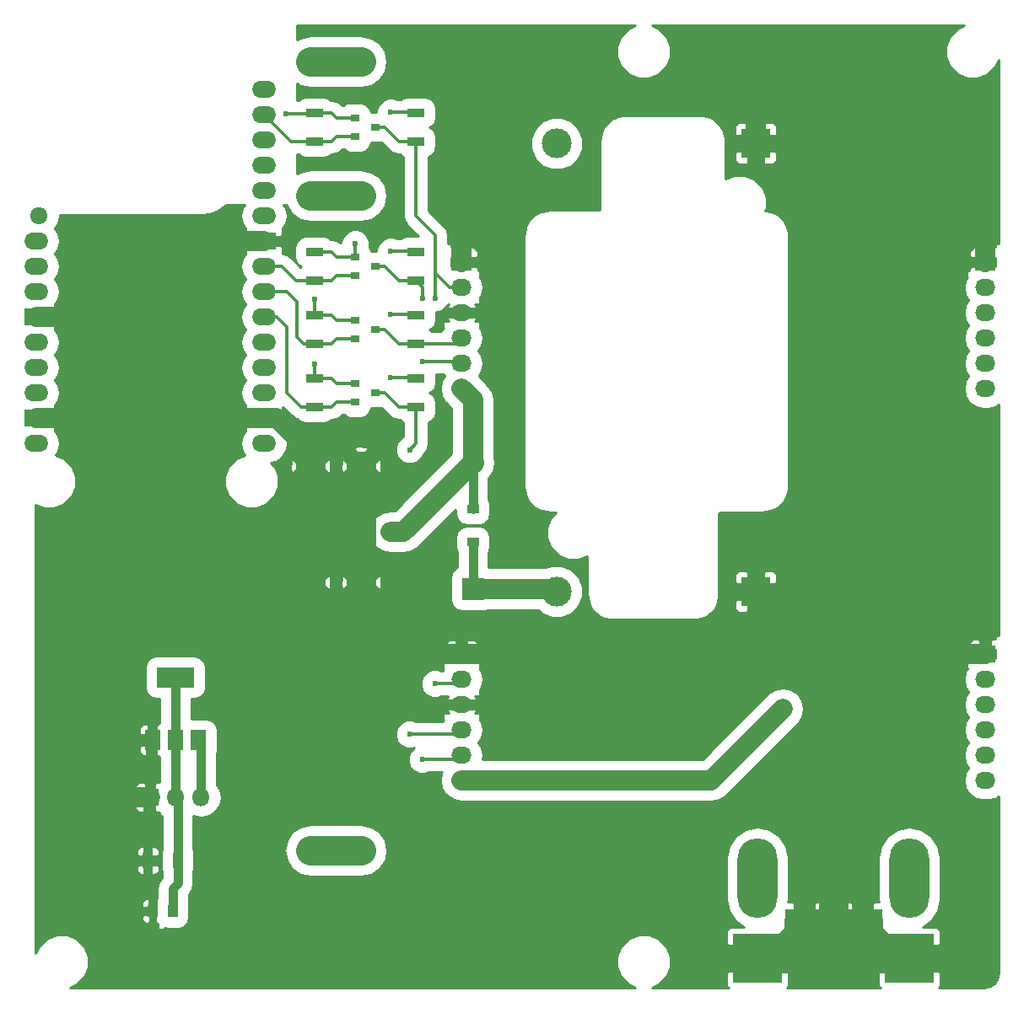
<source format=gtl>
G04 #@! TF.FileFunction,Copper,L1,Top,Signal*
%FSLAX46Y46*%
G04 Gerber Fmt 4.6, Leading zero omitted, Abs format (unit mm)*
G04 Created by KiCad (PCBNEW 4.0.4-stable) date 12/14/17 11:03:47*
%MOMM*%
%LPD*%
G01*
G04 APERTURE LIST*
%ADD10C,0.250000*%
%ADD11R,2.400000X1.700000*%
%ADD12O,2.400000X1.700000*%
%ADD13O,1.800000X1.700000*%
%ADD14C,3.000000*%
%ADD15R,3.000000X3.000000*%
%ADD16R,1.000000X1.600000*%
%ADD17R,1.000000X1.250000*%
%ADD18R,2.200000X2.200000*%
%ADD19O,2.200000X2.200000*%
%ADD20O,4.000000X8.000000*%
%ADD21R,5.000000X5.000000*%
%ADD22R,4.000000X4.000000*%
%ADD23O,2.032000X1.727200*%
%ADD24R,2.032000X1.727200*%
%ADD25C,2.800000*%
%ADD26R,0.900000X0.800000*%
%ADD27R,1.700000X0.900000*%
%ADD28R,1.800000X1.800000*%
%ADD29O,1.800000X1.800000*%
%ADD30R,1.200000X0.900000*%
%ADD31R,3.800000X2.000000*%
%ADD32R,1.500000X2.000000*%
%ADD33C,0.600000*%
%ADD34C,2.000000*%
%ADD35C,3.000000*%
%ADD36C,0.900000*%
%ADD37C,0.300000*%
%ADD38C,0.254000*%
G04 APERTURE END LIST*
D10*
D11*
X97790000Y-104140000D03*
D12*
X97790000Y-101600000D03*
X97790000Y-99060000D03*
X97790000Y-96520000D03*
X97790000Y-93980000D03*
D13*
X75180000Y-83820000D03*
D12*
X97790000Y-91440000D03*
X74930000Y-86360000D03*
X97790000Y-88900000D03*
X74930000Y-88900000D03*
D11*
X97790000Y-86360000D03*
D12*
X74930000Y-91440000D03*
X97790000Y-83820000D03*
D11*
X74930000Y-93980000D03*
D12*
X97790000Y-81280000D03*
X74930000Y-96520000D03*
X97790000Y-78740000D03*
X74930000Y-99060000D03*
X97790000Y-76200000D03*
X74930000Y-101600000D03*
X97790000Y-73660000D03*
D11*
X74930000Y-104140000D03*
D12*
X97790000Y-71120000D03*
X74930000Y-106680000D03*
X97790000Y-106680000D03*
D14*
X127160000Y-121560000D03*
D15*
X147160000Y-121560000D03*
X147160000Y-76560000D03*
D14*
X127160000Y-76560000D03*
D16*
X89130000Y-148590000D03*
X86130000Y-148590000D03*
D17*
X88630000Y-153670000D03*
X86630000Y-153670000D03*
D18*
X118745000Y-121285000D03*
D19*
X118745000Y-108585000D03*
D20*
X162560000Y-150400000D03*
D21*
X162560000Y-158400000D03*
D22*
X157860000Y-155400000D03*
D23*
X117625000Y-101175000D03*
X117625000Y-98635000D03*
X117625000Y-96095000D03*
X117625000Y-93555000D03*
X117625000Y-91015000D03*
D24*
X117625000Y-88475000D03*
D25*
X102455980Y-68336160D03*
X107535980Y-68336160D03*
X102453440Y-81798160D03*
X107533440Y-81798160D03*
X102453440Y-108976160D03*
X107533440Y-108976160D03*
X102453440Y-120660160D03*
X107533440Y-120660160D03*
X102453440Y-147584160D03*
X107533440Y-147584160D03*
D23*
X117625000Y-140550000D03*
X117625000Y-138010000D03*
X117625000Y-135470000D03*
X117625000Y-132930000D03*
X117625000Y-130390000D03*
D24*
X117625000Y-127850000D03*
D23*
X170200000Y-101175000D03*
X170200000Y-98635000D03*
X170200000Y-96095000D03*
X170200000Y-93555000D03*
X170200000Y-91015000D03*
D24*
X170200000Y-88475000D03*
D23*
X170200000Y-140525000D03*
X170200000Y-137985000D03*
X170200000Y-135445000D03*
X170200000Y-132905000D03*
X170200000Y-130365000D03*
D24*
X170200000Y-127825000D03*
D26*
X106950000Y-100650000D03*
X106950000Y-102550000D03*
X108950000Y-101600000D03*
X106950000Y-94300000D03*
X106950000Y-96200000D03*
X108950000Y-95250000D03*
X106950000Y-87950000D03*
X106950000Y-89850000D03*
X108950000Y-88900000D03*
X106950000Y-73980000D03*
X106950000Y-75880000D03*
X108950000Y-74930000D03*
D27*
X102870000Y-100150000D03*
X102870000Y-103050000D03*
X102870000Y-93800000D03*
X102870000Y-96700000D03*
X102870000Y-87450000D03*
X102870000Y-90350000D03*
X102870000Y-73480000D03*
X102870000Y-76380000D03*
X113030000Y-100150000D03*
X113030000Y-103050000D03*
X113030000Y-93800000D03*
X113030000Y-96700000D03*
X113030000Y-87450000D03*
X113030000Y-90350000D03*
X113030000Y-73480000D03*
X113030000Y-76380000D03*
D28*
X86360000Y-142240000D03*
D29*
X88900000Y-142240000D03*
X91440000Y-142240000D03*
D30*
X118745000Y-116585000D03*
X118745000Y-113285000D03*
D31*
X88900000Y-130200000D03*
D32*
X88900000Y-136500000D03*
X91200000Y-136500000D03*
X86600000Y-136500000D03*
D20*
X147320000Y-150400000D03*
D21*
X147320000Y-158400000D03*
D22*
X152020000Y-155400000D03*
D33*
X149860000Y-133350000D03*
X110490000Y-115570000D03*
X110490000Y-73406000D03*
X110490000Y-100076000D03*
X110490000Y-93726000D03*
X110490000Y-87376000D03*
X113665000Y-98425000D03*
X113665000Y-138430000D03*
X113665000Y-92075000D03*
X114935000Y-130810000D03*
X114935000Y-92075000D03*
X106934000Y-86614000D03*
X102870000Y-98679000D03*
X102870000Y-92202000D03*
X99949000Y-73533000D03*
X112395000Y-135890000D03*
X112395000Y-107315000D03*
D34*
X117625000Y-140550000D02*
X142660000Y-140550000D01*
X142660000Y-140550000D02*
X149860000Y-133350000D01*
X110490000Y-115570000D02*
X111760000Y-115570000D01*
X111760000Y-115570000D02*
X118745000Y-108585000D01*
D35*
X102453440Y-147584160D02*
X107533440Y-147584160D01*
D36*
X88630000Y-153670000D02*
X88630000Y-151400000D01*
X89130000Y-150900000D02*
X89130000Y-148590000D01*
X88630000Y-151400000D02*
X89130000Y-150900000D01*
X89130000Y-148590000D02*
X89130000Y-142470000D01*
X89130000Y-142470000D02*
X88900000Y-142240000D01*
X88900000Y-142240000D02*
X88900000Y-136500000D01*
X88900000Y-136500000D02*
X88900000Y-130200000D01*
X111760000Y-115570000D02*
X118745000Y-108585000D01*
X118745000Y-113285000D02*
X118745000Y-108585000D01*
D34*
X117625000Y-101175000D02*
X118745000Y-102295000D01*
X118745000Y-102295000D02*
X118745000Y-108585000D01*
D37*
X113030000Y-73480000D02*
X112956000Y-73406000D01*
X112956000Y-73406000D02*
X110490000Y-73406000D01*
X113030000Y-100150000D02*
X112956000Y-100076000D01*
X112956000Y-100076000D02*
X110490000Y-100076000D01*
X113030000Y-93800000D02*
X112956000Y-93726000D01*
X112956000Y-93726000D02*
X110490000Y-93726000D01*
X113030000Y-87450000D02*
X112956000Y-87376000D01*
X112956000Y-87376000D02*
X110490000Y-87376000D01*
X113030000Y-73480000D02*
X112850000Y-73660000D01*
X117625000Y-88475000D02*
X119590000Y-88475000D01*
X120650000Y-89535000D02*
X120650000Y-90805000D01*
X119590000Y-88475000D02*
X120650000Y-89535000D01*
X117625000Y-132930000D02*
X119800000Y-132930000D01*
X121285000Y-131445000D02*
X121285000Y-127850000D01*
X119800000Y-132930000D02*
X121285000Y-131445000D01*
X117625000Y-93555000D02*
X119805000Y-93555000D01*
X120650000Y-92710000D02*
X120650000Y-90805000D01*
X119805000Y-93555000D02*
X120650000Y-92710000D01*
D34*
X97790000Y-104140000D02*
X99060000Y-104140000D01*
X102453440Y-107533440D02*
X102453440Y-108976160D01*
X99060000Y-104140000D02*
X102453440Y-107533440D01*
X92710000Y-104140000D02*
X92710000Y-113030000D01*
X95250000Y-115570000D02*
X102453440Y-115570000D01*
X92710000Y-113030000D02*
X95250000Y-115570000D01*
X85725000Y-90170000D02*
X85725000Y-104140000D01*
X74930000Y-104140000D02*
X85725000Y-104140000D01*
X85725000Y-104140000D02*
X92710000Y-104140000D01*
X92710000Y-104140000D02*
X97790000Y-104140000D01*
X74930000Y-93980000D02*
X81915000Y-93980000D01*
X89535000Y-86360000D02*
X97790000Y-86360000D01*
X81915000Y-93980000D02*
X85725000Y-90170000D01*
X85725000Y-90170000D02*
X89535000Y-86360000D01*
X86360000Y-142240000D02*
X83185000Y-142240000D01*
X85079840Y-120660160D02*
X102453440Y-120660160D01*
X81915000Y-123825000D02*
X85079840Y-120660160D01*
X81915000Y-140970000D02*
X81915000Y-123825000D01*
X83185000Y-142240000D02*
X81915000Y-140970000D01*
D35*
X107533440Y-108976160D02*
X107533440Y-120660160D01*
X102453440Y-108976160D02*
X102453440Y-115570000D01*
X102453440Y-115570000D02*
X102453440Y-120660160D01*
D34*
X102453440Y-120660160D02*
X102453440Y-125313440D01*
X104990000Y-127850000D02*
X111340000Y-127850000D01*
X102453440Y-125313440D02*
X104990000Y-127850000D01*
X117625000Y-127850000D02*
X121285000Y-127850000D01*
X121285000Y-127850000D02*
X153450000Y-127850000D01*
X153450000Y-127850000D02*
X154940000Y-129340000D01*
D35*
X147320000Y-158400000D02*
X162560000Y-158400000D01*
X154940000Y-155400000D02*
X154940000Y-129340000D01*
X154940000Y-129340000D02*
X147160000Y-121560000D01*
D34*
X160020000Y-127825000D02*
X160020000Y-71374000D01*
X170200000Y-127825000D02*
X160020000Y-127825000D01*
D35*
X160020000Y-127825000D02*
X153425000Y-127825000D01*
D34*
X153425000Y-127825000D02*
X147160000Y-121560000D01*
X170200000Y-88475000D02*
X170200000Y-73680000D01*
X167894000Y-71374000D02*
X160020000Y-71374000D01*
X170200000Y-73680000D02*
X167894000Y-71374000D01*
X160020000Y-71374000D02*
X145288000Y-71374000D01*
D36*
X86130000Y-148590000D02*
X86130000Y-142470000D01*
X86130000Y-142470000D02*
X86360000Y-142240000D01*
X86630000Y-153670000D02*
X86630000Y-151400000D01*
X86130000Y-150900000D02*
X86130000Y-148590000D01*
X86630000Y-151400000D02*
X86130000Y-150900000D01*
X86360000Y-142240000D02*
X86360000Y-136740000D01*
X86360000Y-136740000D02*
X86600000Y-136500000D01*
D35*
X162560000Y-158400000D02*
X160860000Y-158400000D01*
X160860000Y-158400000D02*
X157860000Y-155400000D01*
X147320000Y-158400000D02*
X149020000Y-158400000D01*
X149020000Y-158400000D02*
X152020000Y-155400000D01*
X152020000Y-155400000D02*
X154940000Y-155400000D01*
X154940000Y-155400000D02*
X157860000Y-155400000D01*
D34*
X123444000Y-71374000D02*
X117625000Y-77193000D01*
X117625000Y-77193000D02*
X117625000Y-88475000D01*
X147160000Y-76560000D02*
X147160000Y-73246000D01*
X145288000Y-71374000D02*
X123444000Y-71374000D01*
X147160000Y-73246000D02*
X145288000Y-71374000D01*
X117625000Y-127850000D02*
X111340000Y-127850000D01*
X107533440Y-124043440D02*
X107533440Y-120660160D01*
X111340000Y-127850000D02*
X107533440Y-124043440D01*
D37*
X117625000Y-132930000D02*
X117205000Y-133350000D01*
D36*
X91440000Y-142240000D02*
X91440000Y-136740000D01*
X91440000Y-136740000D02*
X91200000Y-136500000D01*
D35*
X147320000Y-152400000D02*
X147320000Y-151130000D01*
D36*
X118745000Y-116585000D02*
X118745000Y-121285000D01*
D34*
X118745000Y-121285000D02*
X126885000Y-121285000D01*
X126885000Y-121285000D02*
X127160000Y-121560000D01*
D35*
X102453440Y-81798160D02*
X107533440Y-81798160D01*
X102455980Y-68336160D02*
X107535980Y-68336160D01*
D37*
X117625000Y-98635000D02*
X117415000Y-98425000D01*
X117415000Y-98425000D02*
X113665000Y-98425000D01*
X113030000Y-90350000D02*
X113665000Y-90985000D01*
X113665000Y-138430000D02*
X117205000Y-138430000D01*
X113665000Y-90985000D02*
X113665000Y-92075000D01*
X117205000Y-138430000D02*
X117625000Y-138010000D01*
X117205000Y-138430000D02*
X117625000Y-138010000D01*
X117625000Y-138010000D02*
X117205000Y-138430000D01*
X108950000Y-88900000D02*
X109855000Y-88900000D01*
X109855000Y-88900000D02*
X111305000Y-90350000D01*
X111305000Y-90350000D02*
X113030000Y-90350000D01*
X114935000Y-89535000D02*
X114935000Y-92075000D01*
X114935000Y-130810000D02*
X117205000Y-130810000D01*
X117205000Y-130810000D02*
X117625000Y-130390000D01*
X113030000Y-76380000D02*
X113030000Y-83820000D01*
X116415000Y-91015000D02*
X117625000Y-91015000D01*
X114935000Y-89535000D02*
X116415000Y-91015000D01*
X114935000Y-85725000D02*
X114935000Y-89535000D01*
X113030000Y-83820000D02*
X114935000Y-85725000D01*
X108950000Y-74930000D02*
X109855000Y-74930000D01*
X111305000Y-76380000D02*
X113030000Y-76380000D01*
X109855000Y-74930000D02*
X111305000Y-76380000D01*
X106934000Y-87934000D02*
X106934000Y-86614000D01*
X106950000Y-87950000D02*
X106934000Y-87934000D01*
X102870000Y-100150000D02*
X102870000Y-98679000D01*
X102870000Y-93800000D02*
X102870000Y-92202000D01*
X102870000Y-73480000D02*
X102817000Y-73533000D01*
X102817000Y-73533000D02*
X99949000Y-73533000D01*
X102870000Y-73480000D02*
X104595000Y-73480000D01*
X104595000Y-73480000D02*
X105095000Y-73980000D01*
X105095000Y-73980000D02*
X106950000Y-73980000D01*
X102870000Y-100150000D02*
X104595000Y-100150000D01*
X105095000Y-100650000D02*
X106950000Y-100650000D01*
X104595000Y-100150000D02*
X105095000Y-100650000D01*
X102870000Y-93800000D02*
X104595000Y-93800000D01*
X105095000Y-94300000D02*
X106950000Y-94300000D01*
X104595000Y-93800000D02*
X105095000Y-94300000D01*
X102870000Y-87450000D02*
X104595000Y-87450000D01*
X105095000Y-87950000D02*
X106950000Y-87950000D01*
X104595000Y-87450000D02*
X105095000Y-87950000D01*
X97790000Y-88900000D02*
X99568000Y-88900000D01*
X101018000Y-90350000D02*
X102870000Y-90350000D01*
X99568000Y-88900000D02*
X101018000Y-90350000D01*
D10*
X102870000Y-90350000D02*
X102817000Y-90297000D01*
D37*
X102870000Y-90350000D02*
X104595000Y-90350000D01*
X105095000Y-89850000D02*
X106950000Y-89850000D01*
X104595000Y-90350000D02*
X105095000Y-89850000D01*
X102870000Y-76380000D02*
X100510000Y-76380000D01*
X100510000Y-76380000D02*
X97790000Y-73660000D01*
X102870000Y-76380000D02*
X104595000Y-76380000D01*
X105095000Y-75880000D02*
X106950000Y-75880000D01*
X104595000Y-76380000D02*
X105095000Y-75880000D01*
X113030000Y-96700000D02*
X117020000Y-96700000D01*
X117020000Y-96700000D02*
X117625000Y-96095000D01*
X117020000Y-96700000D02*
X117625000Y-96095000D01*
X108950000Y-95250000D02*
X109855000Y-95250000D01*
X111305000Y-96700000D02*
X113030000Y-96700000D01*
X109855000Y-95250000D02*
X111305000Y-96700000D01*
X113030000Y-103050000D02*
X113030000Y-106680000D01*
X112395000Y-135890000D02*
X117205000Y-135890000D01*
X113030000Y-106680000D02*
X112395000Y-107315000D01*
X117205000Y-135890000D02*
X117625000Y-135470000D01*
X108950000Y-101600000D02*
X109855000Y-101600000D01*
X111305000Y-103050000D02*
X113030000Y-103050000D01*
X109855000Y-101600000D02*
X111305000Y-103050000D01*
X117625000Y-135470000D02*
X117205000Y-135890000D01*
X97790000Y-91440000D02*
X100076000Y-91440000D01*
X101780000Y-96700000D02*
X102870000Y-96700000D01*
X101092000Y-96012000D02*
X101780000Y-96700000D01*
X101092000Y-92456000D02*
X101092000Y-96012000D01*
X100076000Y-91440000D02*
X101092000Y-92456000D01*
X102870000Y-96700000D02*
X104595000Y-96700000D01*
X105095000Y-96200000D02*
X106950000Y-96200000D01*
X104595000Y-96700000D02*
X105095000Y-96200000D01*
X97790000Y-93980000D02*
X99060000Y-93980000D01*
X101526000Y-103050000D02*
X102870000Y-103050000D01*
X100076000Y-101600000D02*
X101526000Y-103050000D01*
X100076000Y-94996000D02*
X100076000Y-101600000D01*
X99060000Y-93980000D02*
X100076000Y-94996000D01*
D10*
X102870000Y-103050000D02*
X102817000Y-102997000D01*
D37*
X102870000Y-103050000D02*
X104595000Y-103050000D01*
X105095000Y-102550000D02*
X106950000Y-102550000D01*
X104595000Y-103050000D02*
X105095000Y-102550000D01*
D38*
G36*
X134347297Y-64996814D02*
X133579510Y-65763262D01*
X133163474Y-66765186D01*
X133162528Y-67850054D01*
X133576814Y-68852703D01*
X134343262Y-69620490D01*
X135345186Y-70036526D01*
X136430054Y-70037472D01*
X137432703Y-69623186D01*
X138200490Y-68856738D01*
X138616526Y-67854814D01*
X138617472Y-66769946D01*
X138203186Y-65767297D01*
X137436738Y-64999510D01*
X136720256Y-64702000D01*
X168080802Y-64702000D01*
X167367297Y-64996814D01*
X166599510Y-65763262D01*
X166183474Y-66765186D01*
X166182528Y-67850054D01*
X166596814Y-68852703D01*
X167363262Y-69620490D01*
X168365186Y-70036526D01*
X169450054Y-70037472D01*
X170452703Y-69623186D01*
X171220490Y-68856738D01*
X171518000Y-68140256D01*
X171518000Y-86601998D01*
X171216000Y-86601998D01*
X171216000Y-86984400D01*
X170864750Y-86984400D01*
X170708000Y-87141150D01*
X170708000Y-88043200D01*
X171216000Y-88043200D01*
X171216000Y-88906800D01*
X170708000Y-88906800D01*
X170708000Y-89086782D01*
X170394384Y-89024400D01*
X170005616Y-89024400D01*
X169692000Y-89086782D01*
X169692000Y-88906800D01*
X168713750Y-88906800D01*
X168557000Y-89063550D01*
X168557000Y-89338600D01*
X168326998Y-89338600D01*
X168326998Y-89965600D01*
X168358729Y-89965600D01*
X168166541Y-90253230D01*
X168015016Y-91015000D01*
X168166541Y-91776770D01*
X168506130Y-92285000D01*
X168166541Y-92793230D01*
X168015016Y-93555000D01*
X168166541Y-94316770D01*
X168506130Y-94825000D01*
X168166541Y-95333230D01*
X168015016Y-96095000D01*
X168166541Y-96856770D01*
X168506130Y-97365000D01*
X168166541Y-97873230D01*
X168015016Y-98635000D01*
X168166541Y-99396770D01*
X168506130Y-99905000D01*
X168166541Y-100413230D01*
X168015016Y-101175000D01*
X168166541Y-101936770D01*
X168598049Y-102582567D01*
X169243846Y-103014075D01*
X170005616Y-103165600D01*
X170394384Y-103165600D01*
X171156154Y-103014075D01*
X171518000Y-102772297D01*
X171518000Y-125951998D01*
X171216000Y-125951998D01*
X171216000Y-126334400D01*
X170864750Y-126334400D01*
X170708000Y-126491150D01*
X170708000Y-127393200D01*
X171216000Y-127393200D01*
X171216000Y-128256800D01*
X170708000Y-128256800D01*
X170708000Y-128436782D01*
X170394384Y-128374400D01*
X170005616Y-128374400D01*
X169692000Y-128436782D01*
X169692000Y-128256800D01*
X168713750Y-128256800D01*
X168557000Y-128413550D01*
X168557000Y-128688600D01*
X168326998Y-128688600D01*
X168326998Y-129315600D01*
X168358729Y-129315600D01*
X168166541Y-129603230D01*
X168015016Y-130365000D01*
X168166541Y-131126770D01*
X168506130Y-131635000D01*
X168166541Y-132143230D01*
X168015016Y-132905000D01*
X168166541Y-133666770D01*
X168506130Y-134175000D01*
X168166541Y-134683230D01*
X168015016Y-135445000D01*
X168166541Y-136206770D01*
X168506130Y-136715000D01*
X168166541Y-137223230D01*
X168015016Y-137985000D01*
X168166541Y-138746770D01*
X168506130Y-139255000D01*
X168166541Y-139763230D01*
X168015016Y-140525000D01*
X168166541Y-141286770D01*
X168598049Y-141932567D01*
X169243846Y-142364075D01*
X170005616Y-142515600D01*
X170394384Y-142515600D01*
X171156154Y-142364075D01*
X171518000Y-142122297D01*
X171518000Y-159901612D01*
X171394395Y-160523019D01*
X171109457Y-160949457D01*
X170683019Y-161234395D01*
X170061613Y-161358000D01*
X165488712Y-161358000D01*
X165591545Y-161255167D01*
X165687000Y-161024718D01*
X165687000Y-159806750D01*
X165530250Y-159650000D01*
X163810000Y-159650000D01*
X163810000Y-160293000D01*
X161310000Y-160293000D01*
X161310000Y-159650000D01*
X159589750Y-159650000D01*
X159433000Y-159806750D01*
X159433000Y-161024718D01*
X159528455Y-161255167D01*
X159631288Y-161358000D01*
X150248712Y-161358000D01*
X150351545Y-161255167D01*
X150447000Y-161024718D01*
X150447000Y-159806750D01*
X150290250Y-159650000D01*
X148570000Y-159650000D01*
X148570000Y-160293000D01*
X146070000Y-160293000D01*
X146070000Y-159650000D01*
X144349750Y-159650000D01*
X144193000Y-159806750D01*
X144193000Y-161024718D01*
X144288455Y-161255167D01*
X144391288Y-161358000D01*
X136719198Y-161358000D01*
X137432703Y-161063186D01*
X138200490Y-160296738D01*
X138616526Y-159294814D01*
X138617472Y-158209946D01*
X138203186Y-157207297D01*
X137436738Y-156439510D01*
X136434814Y-156023474D01*
X135349946Y-156022528D01*
X134347297Y-156436814D01*
X133579510Y-157203262D01*
X133163474Y-158205186D01*
X133162528Y-159290054D01*
X133576814Y-160292703D01*
X134343262Y-161060490D01*
X135059744Y-161358000D01*
X78299198Y-161358000D01*
X79012703Y-161063186D01*
X79780490Y-160296738D01*
X80196526Y-159294814D01*
X80197472Y-158209946D01*
X79783186Y-157207297D01*
X79016738Y-156439510D01*
X78014814Y-156023474D01*
X76929946Y-156022528D01*
X75927297Y-156436814D01*
X75159510Y-157203262D01*
X74862000Y-157919744D01*
X74862000Y-154139250D01*
X85503000Y-154139250D01*
X85503000Y-154419718D01*
X85598455Y-154650167D01*
X85774833Y-154826545D01*
X86005282Y-154922000D01*
X86223250Y-154922000D01*
X86380000Y-154765250D01*
X86380000Y-153982500D01*
X85659750Y-153982500D01*
X85503000Y-154139250D01*
X74862000Y-154139250D01*
X74862000Y-152920282D01*
X85503000Y-152920282D01*
X85503000Y-153200750D01*
X85659750Y-153357500D01*
X86380000Y-153357500D01*
X86380000Y-152574750D01*
X86223250Y-152418000D01*
X86005282Y-152418000D01*
X85774833Y-152513455D01*
X85598455Y-152689833D01*
X85503000Y-152920282D01*
X74862000Y-152920282D01*
X74862000Y-149146750D01*
X85003000Y-149146750D01*
X85003000Y-149514718D01*
X85098455Y-149745167D01*
X85274833Y-149921545D01*
X85505282Y-150017000D01*
X85723250Y-150017000D01*
X85880000Y-149860250D01*
X85880000Y-148990000D01*
X86380000Y-148990000D01*
X86380000Y-149860250D01*
X86536750Y-150017000D01*
X86754718Y-150017000D01*
X86985167Y-149921545D01*
X87161545Y-149745167D01*
X87257000Y-149514718D01*
X87257000Y-149146750D01*
X87100250Y-148990000D01*
X86380000Y-148990000D01*
X85880000Y-148990000D01*
X85159750Y-148990000D01*
X85003000Y-149146750D01*
X74862000Y-149146750D01*
X74862000Y-147665282D01*
X85003000Y-147665282D01*
X85003000Y-148033250D01*
X85159750Y-148190000D01*
X85880000Y-148190000D01*
X85880000Y-147319750D01*
X86380000Y-147319750D01*
X86380000Y-148190000D01*
X87100250Y-148190000D01*
X87257000Y-148033250D01*
X87257000Y-147665282D01*
X87161545Y-147434833D01*
X86985167Y-147258455D01*
X86754718Y-147163000D01*
X86536750Y-147163000D01*
X86380000Y-147319750D01*
X85880000Y-147319750D01*
X85723250Y-147163000D01*
X85505282Y-147163000D01*
X85274833Y-147258455D01*
X85098455Y-147434833D01*
X85003000Y-147665282D01*
X74862000Y-147665282D01*
X74862000Y-142846750D01*
X84833000Y-142846750D01*
X84833000Y-143264718D01*
X84928455Y-143495167D01*
X85104833Y-143671545D01*
X85335282Y-143767000D01*
X85753250Y-143767000D01*
X85910000Y-143610250D01*
X85910000Y-142690000D01*
X84989750Y-142690000D01*
X84833000Y-142846750D01*
X74862000Y-142846750D01*
X74862000Y-141215282D01*
X84833000Y-141215282D01*
X84833000Y-141633250D01*
X84989750Y-141790000D01*
X85910000Y-141790000D01*
X85910000Y-140869750D01*
X85753250Y-140713000D01*
X85335282Y-140713000D01*
X85104833Y-140808455D01*
X84928455Y-140984833D01*
X84833000Y-141215282D01*
X74862000Y-141215282D01*
X74862000Y-137156750D01*
X85223000Y-137156750D01*
X85223000Y-137624718D01*
X85318455Y-137855167D01*
X85494833Y-138031545D01*
X85725282Y-138127000D01*
X86068250Y-138127000D01*
X86225000Y-137970250D01*
X86225000Y-137000000D01*
X85379750Y-137000000D01*
X85223000Y-137156750D01*
X74862000Y-137156750D01*
X74862000Y-135375282D01*
X85223000Y-135375282D01*
X85223000Y-135843250D01*
X85379750Y-136000000D01*
X86225000Y-136000000D01*
X86225000Y-135029750D01*
X86068250Y-134873000D01*
X85725282Y-134873000D01*
X85494833Y-134968455D01*
X85318455Y-135144833D01*
X85223000Y-135375282D01*
X74862000Y-135375282D01*
X74862000Y-129200000D01*
X85850921Y-129200000D01*
X85850921Y-131200000D01*
X85929506Y-131617641D01*
X86176331Y-132001219D01*
X86552944Y-132258548D01*
X87000000Y-132349079D01*
X87323000Y-132349079D01*
X87323000Y-134714063D01*
X87214403Y-134873000D01*
X87131750Y-134873000D01*
X86975000Y-135029750D01*
X86975000Y-136000000D01*
X87000921Y-136000000D01*
X87000921Y-137000000D01*
X86975000Y-137000000D01*
X86975000Y-137970250D01*
X87131750Y-138127000D01*
X87214224Y-138127000D01*
X87323000Y-138296042D01*
X87323000Y-140366998D01*
X87260000Y-140366998D01*
X87260000Y-140713000D01*
X86966750Y-140713000D01*
X86810000Y-140869750D01*
X86810000Y-141790000D01*
X86922799Y-141790000D01*
X86833289Y-142240000D01*
X86922799Y-142690000D01*
X86810000Y-142690000D01*
X86810000Y-143610250D01*
X86966750Y-143767000D01*
X87260000Y-143767000D01*
X87260000Y-144113002D01*
X87553000Y-144113002D01*
X87553000Y-147434063D01*
X87480921Y-147790000D01*
X87480921Y-149390000D01*
X87553000Y-149773065D01*
X87553000Y-150246786D01*
X87514893Y-150284893D01*
X87173042Y-150796508D01*
X87053000Y-151400000D01*
X87053000Y-152418000D01*
X87036750Y-152418000D01*
X86880000Y-152574750D01*
X86880000Y-153357500D01*
X86980921Y-153357500D01*
X86980921Y-153982500D01*
X86880000Y-153982500D01*
X86880000Y-154765250D01*
X87036750Y-154922000D01*
X87130000Y-154922000D01*
X87130000Y-155543002D01*
X87757000Y-155543002D01*
X87757000Y-155368545D01*
X88130000Y-155444079D01*
X89130000Y-155444079D01*
X89547641Y-155365494D01*
X89931219Y-155118669D01*
X90188548Y-154742056D01*
X90279079Y-154295000D01*
X90279079Y-153045000D01*
X90207000Y-152661935D01*
X90207000Y-152053215D01*
X90245108Y-152015107D01*
X90450032Y-151708416D01*
X90586958Y-151503492D01*
X90707000Y-150900000D01*
X90707000Y-149745937D01*
X90779079Y-149390000D01*
X90779079Y-147790000D01*
X90740348Y-147584160D01*
X99826440Y-147584160D01*
X100026408Y-148589469D01*
X100595870Y-149441730D01*
X101448131Y-150011192D01*
X102453440Y-150211160D01*
X107533440Y-150211160D01*
X108538749Y-150011192D01*
X109391010Y-149441730D01*
X109960472Y-148589469D01*
X110018139Y-148299556D01*
X144193000Y-148299556D01*
X144193000Y-152500444D01*
X144431029Y-153697095D01*
X145108877Y-154711567D01*
X145949122Y-155273000D01*
X144695282Y-155273000D01*
X144464833Y-155368455D01*
X144288455Y-155544833D01*
X144193000Y-155775282D01*
X144193000Y-156993250D01*
X144349750Y-157150000D01*
X146070000Y-157150000D01*
X146070000Y-156507000D01*
X148570000Y-156507000D01*
X148570000Y-157150000D01*
X149393000Y-157150000D01*
X149393000Y-157524718D01*
X149488455Y-157755167D01*
X149664833Y-157931545D01*
X149895282Y-158027000D01*
X150863250Y-158027000D01*
X151020000Y-157870250D01*
X151020000Y-156400000D01*
X153020000Y-156400000D01*
X153020000Y-157870250D01*
X153176750Y-158027000D01*
X154144718Y-158027000D01*
X154375167Y-157931545D01*
X154551545Y-157755167D01*
X154647000Y-157524718D01*
X154647000Y-156556750D01*
X155233000Y-156556750D01*
X155233000Y-157524718D01*
X155328455Y-157755167D01*
X155504833Y-157931545D01*
X155735282Y-158027000D01*
X156703250Y-158027000D01*
X156860000Y-157870250D01*
X156860000Y-156400000D01*
X155389750Y-156400000D01*
X155233000Y-156556750D01*
X154647000Y-156556750D01*
X154490250Y-156400000D01*
X153020000Y-156400000D01*
X151020000Y-156400000D01*
X150447000Y-156400000D01*
X150447000Y-155775282D01*
X150351545Y-155544833D01*
X150175167Y-155368455D01*
X150127000Y-155348504D01*
X150127000Y-154400000D01*
X151020000Y-154400000D01*
X151020000Y-152929750D01*
X153020000Y-152929750D01*
X153020000Y-154400000D01*
X154490250Y-154400000D01*
X154647000Y-154243250D01*
X154647000Y-153275282D01*
X155233000Y-153275282D01*
X155233000Y-154243250D01*
X155389750Y-154400000D01*
X156860000Y-154400000D01*
X156860000Y-152929750D01*
X158860000Y-152929750D01*
X158860000Y-154400000D01*
X159753000Y-154400000D01*
X159753000Y-155348504D01*
X159704833Y-155368455D01*
X159528455Y-155544833D01*
X159433000Y-155775282D01*
X159433000Y-156400000D01*
X158860000Y-156400000D01*
X158860000Y-157870250D01*
X159016750Y-158027000D01*
X159984718Y-158027000D01*
X160215167Y-157931545D01*
X160391545Y-157755167D01*
X160487000Y-157524718D01*
X160487000Y-157150000D01*
X161310000Y-157150000D01*
X161310000Y-156507000D01*
X163810000Y-156507000D01*
X163810000Y-157150000D01*
X165530250Y-157150000D01*
X165687000Y-156993250D01*
X165687000Y-155775282D01*
X165591545Y-155544833D01*
X165415167Y-155368455D01*
X165184718Y-155273000D01*
X163930878Y-155273000D01*
X164771123Y-154711567D01*
X165448971Y-153697095D01*
X165687000Y-152500444D01*
X165687000Y-148299556D01*
X165448971Y-147102905D01*
X164771123Y-146088433D01*
X163756651Y-145410585D01*
X162560000Y-145172556D01*
X161363349Y-145410585D01*
X160348877Y-146088433D01*
X159671029Y-147102905D01*
X159433000Y-148299556D01*
X159433000Y-152500444D01*
X159487215Y-152773000D01*
X159016750Y-152773000D01*
X158860000Y-152929750D01*
X156860000Y-152929750D01*
X156703250Y-152773000D01*
X155735282Y-152773000D01*
X155504833Y-152868455D01*
X155328455Y-153044833D01*
X155233000Y-153275282D01*
X154647000Y-153275282D01*
X154551545Y-153044833D01*
X154375167Y-152868455D01*
X154144718Y-152773000D01*
X153176750Y-152773000D01*
X153020000Y-152929750D01*
X151020000Y-152929750D01*
X150863250Y-152773000D01*
X150392785Y-152773000D01*
X150447000Y-152500444D01*
X150447000Y-148299556D01*
X150208971Y-147102905D01*
X149531123Y-146088433D01*
X148516651Y-145410585D01*
X147320000Y-145172556D01*
X146123349Y-145410585D01*
X145108877Y-146088433D01*
X144431029Y-147102905D01*
X144193000Y-148299556D01*
X110018139Y-148299556D01*
X110160440Y-147584160D01*
X109960472Y-146578851D01*
X109391010Y-145726590D01*
X108538749Y-145157128D01*
X107533440Y-144957160D01*
X102453440Y-144957160D01*
X101448131Y-145157128D01*
X100595870Y-145726590D01*
X100026408Y-146578851D01*
X99826440Y-147584160D01*
X90740348Y-147584160D01*
X90707000Y-147406935D01*
X90707000Y-144129096D01*
X91400289Y-144267000D01*
X91479711Y-144267000D01*
X92255410Y-144112704D01*
X92913016Y-143673305D01*
X93352415Y-143015699D01*
X93506711Y-142240000D01*
X93352415Y-141464301D01*
X93017000Y-140962318D01*
X93017000Y-137905319D01*
X93099079Y-137500000D01*
X93099079Y-136172603D01*
X110967752Y-136172603D01*
X111184543Y-136697275D01*
X111585614Y-137099047D01*
X112109907Y-137316752D01*
X112677603Y-137317248D01*
X112817935Y-137259264D01*
X112455953Y-137620614D01*
X112238248Y-138144907D01*
X112237752Y-138712603D01*
X112454543Y-139237275D01*
X112855614Y-139639047D01*
X113379907Y-139856752D01*
X113947603Y-139857248D01*
X114311229Y-139707000D01*
X115645817Y-139707000D01*
X115591541Y-139788230D01*
X115440016Y-140550000D01*
X115591541Y-141311770D01*
X116023049Y-141957567D01*
X116083550Y-141997993D01*
X116120984Y-142054016D01*
X116811032Y-142515092D01*
X117625000Y-142677000D01*
X142660000Y-142677000D01*
X143473968Y-142515092D01*
X144164016Y-142054016D01*
X151364016Y-134854016D01*
X151825092Y-134163967D01*
X151987000Y-133350000D01*
X151825092Y-132536032D01*
X151364016Y-131845984D01*
X150673968Y-131384908D01*
X149860000Y-131223000D01*
X149046033Y-131384908D01*
X148355984Y-131845984D01*
X141778968Y-138423000D01*
X119727833Y-138423000D01*
X119809984Y-138010000D01*
X119658459Y-137248230D01*
X119318870Y-136740000D01*
X119658459Y-136231770D01*
X119809984Y-135470000D01*
X119658459Y-134708230D01*
X119466271Y-134420600D01*
X119498002Y-134420600D01*
X119498002Y-133793600D01*
X118955842Y-133793600D01*
X119118974Y-133579667D01*
X119039424Y-133361800D01*
X118133000Y-133361800D01*
X118133000Y-133541782D01*
X117819384Y-133479400D01*
X117430616Y-133479400D01*
X117117000Y-133541782D01*
X117117000Y-133361800D01*
X116210576Y-133361800D01*
X116131026Y-133579667D01*
X116294158Y-133793600D01*
X115751998Y-133793600D01*
X115751998Y-134420600D01*
X115783730Y-134420600D01*
X115655172Y-134613000D01*
X113040737Y-134613000D01*
X112680093Y-134463248D01*
X112112397Y-134462752D01*
X111587725Y-134679543D01*
X111185953Y-135080614D01*
X110968248Y-135604907D01*
X110967752Y-136172603D01*
X93099079Y-136172603D01*
X93099079Y-135500000D01*
X93020494Y-135082359D01*
X92773669Y-134698781D01*
X92397056Y-134441452D01*
X91950000Y-134350921D01*
X90477000Y-134350921D01*
X90477000Y-132349079D01*
X90800000Y-132349079D01*
X91217641Y-132270494D01*
X91601219Y-132023669D01*
X91858548Y-131647056D01*
X91949079Y-131200000D01*
X91949079Y-131092603D01*
X113507752Y-131092603D01*
X113724543Y-131617275D01*
X114125614Y-132019047D01*
X114649907Y-132236752D01*
X115217603Y-132237248D01*
X115581229Y-132087000D01*
X116278450Y-132087000D01*
X116131026Y-132280333D01*
X116210576Y-132498200D01*
X117117000Y-132498200D01*
X117117000Y-132318218D01*
X117430616Y-132380600D01*
X117819384Y-132380600D01*
X118133000Y-132318218D01*
X118133000Y-132498200D01*
X119039424Y-132498200D01*
X119118974Y-132280333D01*
X118955842Y-132066400D01*
X119498002Y-132066400D01*
X119498002Y-131439400D01*
X119466271Y-131439400D01*
X119658459Y-131151770D01*
X119809984Y-130390000D01*
X119658459Y-129628230D01*
X119466271Y-129340600D01*
X119498002Y-129340600D01*
X119498002Y-128713600D01*
X119268000Y-128713600D01*
X119268000Y-128438550D01*
X119111250Y-128281800D01*
X118133000Y-128281800D01*
X118133000Y-128461782D01*
X117819384Y-128399400D01*
X117430616Y-128399400D01*
X117117000Y-128461782D01*
X117117000Y-128281800D01*
X116138750Y-128281800D01*
X115982000Y-128438550D01*
X115982000Y-128713600D01*
X115751998Y-128713600D01*
X115751998Y-129340600D01*
X115783730Y-129340600D01*
X115655172Y-129533000D01*
X115580737Y-129533000D01*
X115220093Y-129383248D01*
X114652397Y-129382752D01*
X114127725Y-129599543D01*
X113725953Y-130000614D01*
X113508248Y-130524907D01*
X113507752Y-131092603D01*
X91949079Y-131092603D01*
X91949079Y-129200000D01*
X91870494Y-128782359D01*
X91623669Y-128398781D01*
X91247056Y-128141452D01*
X90800000Y-128050921D01*
X87000000Y-128050921D01*
X86582359Y-128129506D01*
X86198781Y-128376331D01*
X85941452Y-128752944D01*
X85850921Y-129200000D01*
X74862000Y-129200000D01*
X74862000Y-126861682D01*
X115982000Y-126861682D01*
X115982000Y-127261450D01*
X116138750Y-127418200D01*
X117117000Y-127418200D01*
X117117000Y-126516150D01*
X118133000Y-126516150D01*
X118133000Y-127418200D01*
X119111250Y-127418200D01*
X119268000Y-127261450D01*
X119268000Y-126861682D01*
X119257645Y-126836682D01*
X168557000Y-126836682D01*
X168557000Y-127236450D01*
X168713750Y-127393200D01*
X169692000Y-127393200D01*
X169692000Y-126491150D01*
X169535250Y-126334400D01*
X169059282Y-126334400D01*
X168828833Y-126429855D01*
X168652455Y-126606233D01*
X168557000Y-126836682D01*
X119257645Y-126836682D01*
X119172545Y-126631233D01*
X118996167Y-126454855D01*
X118765718Y-126359400D01*
X118289750Y-126359400D01*
X118133000Y-126516150D01*
X117117000Y-126516150D01*
X116960250Y-126359400D01*
X116484282Y-126359400D01*
X116253833Y-126454855D01*
X116077455Y-126631233D01*
X115982000Y-126861682D01*
X74862000Y-126861682D01*
X74862000Y-122411707D01*
X101691842Y-122411707D01*
X101876771Y-122644787D01*
X102680151Y-122714399D01*
X103030109Y-122644787D01*
X103215038Y-122411707D01*
X106771842Y-122411707D01*
X106956771Y-122644787D01*
X107760151Y-122714399D01*
X108110109Y-122644787D01*
X108295038Y-122411707D01*
X107533440Y-121650109D01*
X106771842Y-122411707D01*
X103215038Y-122411707D01*
X102453440Y-121650109D01*
X101691842Y-122411707D01*
X74862000Y-122411707D01*
X74862000Y-120886871D01*
X100399201Y-120886871D01*
X100468813Y-121236829D01*
X100701893Y-121421758D01*
X101463491Y-120660160D01*
X103443389Y-120660160D01*
X104204987Y-121421758D01*
X104438067Y-121236829D01*
X104468390Y-120886871D01*
X105479201Y-120886871D01*
X105548813Y-121236829D01*
X105781893Y-121421758D01*
X106543491Y-120660160D01*
X108523389Y-120660160D01*
X109284987Y-121421758D01*
X109518067Y-121236829D01*
X109587679Y-120433449D01*
X109538259Y-120185000D01*
X116495921Y-120185000D01*
X116495921Y-122385000D01*
X116574506Y-122802641D01*
X116821331Y-123186219D01*
X117197944Y-123443548D01*
X117645000Y-123534079D01*
X119845000Y-123534079D01*
X120262641Y-123455494D01*
X120330233Y-123412000D01*
X125296869Y-123412000D01*
X125669981Y-123785764D01*
X126635165Y-124186543D01*
X127680250Y-124187455D01*
X128646132Y-123788361D01*
X129385764Y-123050019D01*
X129786543Y-122084835D01*
X129787455Y-121039750D01*
X129388361Y-120073868D01*
X128650019Y-119334236D01*
X127684835Y-118933457D01*
X126639750Y-118932545D01*
X126094107Y-119158000D01*
X120338228Y-119158000D01*
X120322000Y-119146912D01*
X120322000Y-117601405D01*
X120403548Y-117482056D01*
X120494079Y-117035000D01*
X120494079Y-116135000D01*
X120415494Y-115717359D01*
X120168669Y-115333781D01*
X119792056Y-115076452D01*
X119345000Y-114985921D01*
X118145000Y-114985921D01*
X117727359Y-115064506D01*
X117343781Y-115311331D01*
X117086452Y-115687944D01*
X116995921Y-116135000D01*
X116995921Y-117035000D01*
X117074506Y-117452641D01*
X117168000Y-117597935D01*
X117168000Y-119152702D01*
X116843781Y-119361331D01*
X116586452Y-119737944D01*
X116495921Y-120185000D01*
X109538259Y-120185000D01*
X109518067Y-120083491D01*
X109284987Y-119898562D01*
X108523389Y-120660160D01*
X106543491Y-120660160D01*
X105781893Y-119898562D01*
X105548813Y-120083491D01*
X105479201Y-120886871D01*
X104468390Y-120886871D01*
X104507679Y-120433449D01*
X104438067Y-120083491D01*
X104204987Y-119898562D01*
X103443389Y-120660160D01*
X101463491Y-120660160D01*
X100701893Y-119898562D01*
X100468813Y-120083491D01*
X100399201Y-120886871D01*
X74862000Y-120886871D01*
X74862000Y-118908613D01*
X101691842Y-118908613D01*
X102453440Y-119670211D01*
X103215038Y-118908613D01*
X106771842Y-118908613D01*
X107533440Y-119670211D01*
X108295038Y-118908613D01*
X108110109Y-118675533D01*
X107306729Y-118605921D01*
X106956771Y-118675533D01*
X106771842Y-118908613D01*
X103215038Y-118908613D01*
X103030109Y-118675533D01*
X102226729Y-118605921D01*
X101876771Y-118675533D01*
X101691842Y-118908613D01*
X74862000Y-118908613D01*
X74862000Y-112887166D01*
X75655186Y-113216526D01*
X76740054Y-113217472D01*
X77742703Y-112803186D01*
X78510490Y-112036738D01*
X78926526Y-111034814D01*
X78926530Y-111030054D01*
X93792528Y-111030054D01*
X94206814Y-112032703D01*
X94973262Y-112800490D01*
X95975186Y-113216526D01*
X97060054Y-113217472D01*
X98062703Y-112803186D01*
X98830490Y-112036738D01*
X99246526Y-111034814D01*
X99246793Y-110727707D01*
X101691842Y-110727707D01*
X101876771Y-110960787D01*
X102680151Y-111030399D01*
X103030109Y-110960787D01*
X103215038Y-110727707D01*
X106771842Y-110727707D01*
X106956771Y-110960787D01*
X107760151Y-111030399D01*
X108110109Y-110960787D01*
X108295038Y-110727707D01*
X107533440Y-109966109D01*
X106771842Y-110727707D01*
X103215038Y-110727707D01*
X102453440Y-109966109D01*
X101691842Y-110727707D01*
X99246793Y-110727707D01*
X99247472Y-109949946D01*
X98938787Y-109202871D01*
X100399201Y-109202871D01*
X100468813Y-109552829D01*
X100701893Y-109737758D01*
X101463491Y-108976160D01*
X103443389Y-108976160D01*
X104204987Y-109737758D01*
X104438067Y-109552829D01*
X104468390Y-109202871D01*
X105479201Y-109202871D01*
X105548813Y-109552829D01*
X105781893Y-109737758D01*
X106543491Y-108976160D01*
X108523389Y-108976160D01*
X109284987Y-109737758D01*
X109518067Y-109552829D01*
X109587679Y-108749449D01*
X109518067Y-108399491D01*
X109284987Y-108214562D01*
X108523389Y-108976160D01*
X106543491Y-108976160D01*
X105781893Y-108214562D01*
X105548813Y-108399491D01*
X105479201Y-109202871D01*
X104468390Y-109202871D01*
X104507679Y-108749449D01*
X104438067Y-108399491D01*
X104204987Y-108214562D01*
X103443389Y-108976160D01*
X101463491Y-108976160D01*
X100701893Y-108214562D01*
X100468813Y-108399491D01*
X100399201Y-109202871D01*
X98938787Y-109202871D01*
X98833186Y-108947297D01*
X98484118Y-108597619D01*
X98942154Y-108506510D01*
X99583539Y-108077950D01*
X100012099Y-107436565D01*
X100054258Y-107224613D01*
X101691842Y-107224613D01*
X102453440Y-107986211D01*
X103215038Y-107224613D01*
X106771842Y-107224613D01*
X107533440Y-107986211D01*
X108295038Y-107224613D01*
X108110109Y-106991533D01*
X107306729Y-106921921D01*
X106956771Y-106991533D01*
X106771842Y-107224613D01*
X103215038Y-107224613D01*
X103030109Y-106991533D01*
X102226729Y-106921921D01*
X101876771Y-106991533D01*
X101691842Y-107224613D01*
X100054258Y-107224613D01*
X100162589Y-106680000D01*
X100012099Y-105923435D01*
X99663002Y-105400975D01*
X99663002Y-104990000D01*
X99617000Y-104990000D01*
X99617000Y-104721750D01*
X99460250Y-104565000D01*
X98390000Y-104565000D01*
X98390000Y-104743660D01*
X98185589Y-104703000D01*
X97394411Y-104703000D01*
X97190000Y-104743660D01*
X97190000Y-104565000D01*
X96119750Y-104565000D01*
X95963000Y-104721750D01*
X95963000Y-104990000D01*
X95916998Y-104990000D01*
X95916998Y-105400975D01*
X95567901Y-105923435D01*
X95417411Y-106680000D01*
X95567901Y-107436565D01*
X95827728Y-107825423D01*
X94977297Y-108176814D01*
X94209510Y-108943262D01*
X93793474Y-109945186D01*
X93792528Y-111030054D01*
X78926530Y-111030054D01*
X78927472Y-109949946D01*
X78513186Y-108947297D01*
X77746738Y-108179510D01*
X76892648Y-107824860D01*
X77152099Y-107436565D01*
X77302589Y-106680000D01*
X77152099Y-105923435D01*
X76803002Y-105400975D01*
X76803002Y-104990000D01*
X76757000Y-104990000D01*
X76757000Y-104721750D01*
X76600250Y-104565000D01*
X75530000Y-104565000D01*
X75530000Y-104743660D01*
X75325589Y-104703000D01*
X74862000Y-104703000D01*
X74862000Y-103577000D01*
X75325589Y-103577000D01*
X75530000Y-103536340D01*
X75530000Y-103715000D01*
X76600250Y-103715000D01*
X76757000Y-103558250D01*
X76757000Y-103290000D01*
X76803002Y-103290000D01*
X76803002Y-102879025D01*
X77152099Y-102356565D01*
X77302589Y-101600000D01*
X77152099Y-100843435D01*
X76809033Y-100330000D01*
X77152099Y-99816565D01*
X77302589Y-99060000D01*
X77152099Y-98303435D01*
X76809033Y-97790000D01*
X77152099Y-97276565D01*
X77302589Y-96520000D01*
X77152099Y-95763435D01*
X76803002Y-95240975D01*
X76803002Y-94830000D01*
X76757000Y-94830000D01*
X76757000Y-94561750D01*
X76600250Y-94405000D01*
X75530000Y-94405000D01*
X75530000Y-94583660D01*
X75325589Y-94543000D01*
X74862000Y-94543000D01*
X74862000Y-93417000D01*
X75325589Y-93417000D01*
X75530000Y-93376340D01*
X75530000Y-93555000D01*
X76600250Y-93555000D01*
X76757000Y-93398250D01*
X76757000Y-93130000D01*
X76803002Y-93130000D01*
X76803002Y-92719025D01*
X77152099Y-92196565D01*
X77302589Y-91440000D01*
X77152099Y-90683435D01*
X76809033Y-90170000D01*
X77152099Y-89656565D01*
X77302589Y-88900000D01*
X77152099Y-88143435D01*
X76809033Y-87630000D01*
X77152099Y-87116565D01*
X77302589Y-86360000D01*
X77152099Y-85603435D01*
X76809033Y-85090000D01*
X77152099Y-84576565D01*
X77302589Y-83820000D01*
X77289063Y-83752000D01*
X91440000Y-83752000D01*
X91556111Y-83728904D01*
X91674499Y-83728904D01*
X92646515Y-83535558D01*
X92973919Y-83399942D01*
X93079812Y-83356080D01*
X93903847Y-82805477D01*
X94032324Y-82677000D01*
X95826109Y-82677000D01*
X95567901Y-83063435D01*
X95417411Y-83820000D01*
X95567901Y-84576565D01*
X95916998Y-85099025D01*
X95916998Y-85510000D01*
X95963000Y-85510000D01*
X95963000Y-85778250D01*
X96119750Y-85935000D01*
X97190000Y-85935000D01*
X97190000Y-85756340D01*
X97394411Y-85797000D01*
X98185589Y-85797000D01*
X98390000Y-85756340D01*
X98390000Y-85935000D01*
X99460250Y-85935000D01*
X99617000Y-85778250D01*
X99617000Y-85510000D01*
X99663002Y-85510000D01*
X99663002Y-85099025D01*
X100012099Y-84576565D01*
X100162589Y-83820000D01*
X100012099Y-83063435D01*
X99753891Y-82677000D01*
X100001252Y-82677000D01*
X100026408Y-82803469D01*
X100595870Y-83655730D01*
X101448131Y-84225192D01*
X102453440Y-84425160D01*
X107533440Y-84425160D01*
X108538749Y-84225192D01*
X109391010Y-83655730D01*
X109960472Y-82803469D01*
X110160440Y-81798160D01*
X109960472Y-80792851D01*
X109391010Y-79940590D01*
X108538749Y-79371128D01*
X107533440Y-79171160D01*
X102453440Y-79171160D01*
X101448131Y-79371128D01*
X101092000Y-79609087D01*
X101092000Y-77657000D01*
X101234063Y-77657000D01*
X101572944Y-77888548D01*
X102020000Y-77979079D01*
X103720000Y-77979079D01*
X104137641Y-77900494D01*
X104516042Y-77657000D01*
X104595000Y-77657000D01*
X105083687Y-77559794D01*
X105497975Y-77282975D01*
X105623950Y-77157000D01*
X105787240Y-77157000D01*
X106052944Y-77338548D01*
X106500000Y-77429079D01*
X107400000Y-77429079D01*
X107817641Y-77350494D01*
X108201219Y-77103669D01*
X108458548Y-76727056D01*
X108508765Y-76479079D01*
X109400000Y-76479079D01*
X109566752Y-76447702D01*
X110402025Y-77282976D01*
X110650373Y-77448916D01*
X110816313Y-77559794D01*
X111305000Y-77657000D01*
X111394063Y-77657000D01*
X111732944Y-77888548D01*
X111753000Y-77892609D01*
X111753000Y-83820000D01*
X111850206Y-84308687D01*
X112054542Y-84614497D01*
X112127025Y-84722975D01*
X113254971Y-85850921D01*
X112180000Y-85850921D01*
X111762359Y-85929506D01*
X111498957Y-86099000D01*
X111135737Y-86099000D01*
X110775093Y-85949248D01*
X110207397Y-85948752D01*
X109682725Y-86165543D01*
X109280953Y-86566614D01*
X109063248Y-87090907D01*
X109063021Y-87350921D01*
X108511619Y-87350921D01*
X108470494Y-87132359D01*
X108344922Y-86937215D01*
X108360752Y-86899093D01*
X108361248Y-86331397D01*
X108144457Y-85806725D01*
X107743386Y-85404953D01*
X107219093Y-85187248D01*
X106651397Y-85186752D01*
X106126725Y-85403543D01*
X105724953Y-85804614D01*
X105507248Y-86328907D01*
X105507050Y-86556099D01*
X105497975Y-86547025D01*
X105304720Y-86417896D01*
X105083687Y-86270206D01*
X104595000Y-86173000D01*
X104505937Y-86173000D01*
X104167056Y-85941452D01*
X103720000Y-85850921D01*
X102020000Y-85850921D01*
X101602359Y-85929506D01*
X101218781Y-86176331D01*
X100961452Y-86552944D01*
X100870921Y-87000000D01*
X100870921Y-87900000D01*
X100949506Y-88317641D01*
X101196331Y-88701219D01*
X101489949Y-88901840D01*
X101420487Y-88946537D01*
X100470975Y-87997025D01*
X100383666Y-87938687D01*
X100056687Y-87720206D01*
X99679125Y-87645104D01*
X99663002Y-87620974D01*
X99663002Y-87210000D01*
X99617000Y-87210000D01*
X99617000Y-86941750D01*
X99460250Y-86785000D01*
X98390000Y-86785000D01*
X98390000Y-86963660D01*
X98185589Y-86923000D01*
X97394411Y-86923000D01*
X97190000Y-86963660D01*
X97190000Y-86785000D01*
X96119750Y-86785000D01*
X95963000Y-86941750D01*
X95963000Y-87210000D01*
X95916998Y-87210000D01*
X95916998Y-87620975D01*
X95567901Y-88143435D01*
X95417411Y-88900000D01*
X95567901Y-89656565D01*
X95910967Y-90170000D01*
X95567901Y-90683435D01*
X95417411Y-91440000D01*
X95567901Y-92196565D01*
X95910967Y-92710000D01*
X95567901Y-93223435D01*
X95417411Y-93980000D01*
X95567901Y-94736565D01*
X95910967Y-95250000D01*
X95567901Y-95763435D01*
X95417411Y-96520000D01*
X95567901Y-97276565D01*
X95910967Y-97790000D01*
X95567901Y-98303435D01*
X95417411Y-99060000D01*
X95567901Y-99816565D01*
X95910967Y-100330000D01*
X95567901Y-100843435D01*
X95417411Y-101600000D01*
X95567901Y-102356565D01*
X95916998Y-102879025D01*
X95916998Y-103290000D01*
X95963000Y-103290000D01*
X95963000Y-103558250D01*
X96119750Y-103715000D01*
X97190000Y-103715000D01*
X97190000Y-103536340D01*
X97394411Y-103577000D01*
X98185589Y-103577000D01*
X98390000Y-103536340D01*
X98390000Y-103715000D01*
X99460250Y-103715000D01*
X99617000Y-103558250D01*
X99617000Y-103290000D01*
X99663002Y-103290000D01*
X99663002Y-102992953D01*
X100623025Y-103952976D01*
X100871373Y-104118916D01*
X101037313Y-104229794D01*
X101166965Y-104255584D01*
X101196331Y-104301219D01*
X101572944Y-104558548D01*
X102020000Y-104649079D01*
X103720000Y-104649079D01*
X104137641Y-104570494D01*
X104516042Y-104327000D01*
X104595000Y-104327000D01*
X105083687Y-104229794D01*
X105497975Y-103952975D01*
X105623950Y-103827000D01*
X105787240Y-103827000D01*
X106052944Y-104008548D01*
X106500000Y-104099079D01*
X107400000Y-104099079D01*
X107817641Y-104020494D01*
X108201219Y-103773669D01*
X108458548Y-103397056D01*
X108508765Y-103149079D01*
X109400000Y-103149079D01*
X109566752Y-103117702D01*
X110402025Y-103952976D01*
X110650373Y-104118916D01*
X110816313Y-104229794D01*
X111305000Y-104327000D01*
X111394063Y-104327000D01*
X111732944Y-104558548D01*
X111753000Y-104562609D01*
X111753000Y-106036252D01*
X111587725Y-106104543D01*
X111185953Y-106505614D01*
X110968248Y-107029907D01*
X110967752Y-107597603D01*
X111184543Y-108122275D01*
X111585614Y-108524047D01*
X112109907Y-108741752D01*
X112677603Y-108742248D01*
X113202275Y-108525457D01*
X113604047Y-108124386D01*
X113754928Y-107761022D01*
X113932976Y-107582975D01*
X114209795Y-107168686D01*
X114307000Y-106680000D01*
X114307000Y-104564472D01*
X114681219Y-104323669D01*
X114938548Y-103947056D01*
X115029079Y-103500000D01*
X115029079Y-102600000D01*
X114950494Y-102182359D01*
X114703669Y-101798781D01*
X114410051Y-101598160D01*
X114681219Y-101423669D01*
X114938548Y-101047056D01*
X115029079Y-100600000D01*
X115029079Y-99702000D01*
X115795489Y-99702000D01*
X115931130Y-99905000D01*
X115591541Y-100413230D01*
X115440016Y-101175000D01*
X115591541Y-101936770D01*
X116023049Y-102582567D01*
X116083550Y-102622993D01*
X116120984Y-102679016D01*
X116618000Y-103176032D01*
X116618000Y-107703968D01*
X110878968Y-113443000D01*
X110490000Y-113443000D01*
X109676032Y-113604908D01*
X108985984Y-114065984D01*
X108524908Y-114756032D01*
X108363000Y-115570000D01*
X108524908Y-116383968D01*
X108985984Y-117074016D01*
X109676032Y-117535092D01*
X110490000Y-117697000D01*
X111760000Y-117697000D01*
X112573968Y-117535092D01*
X113264016Y-117074016D01*
X116995921Y-113342111D01*
X116995921Y-113735000D01*
X117074506Y-114152641D01*
X117321331Y-114536219D01*
X117697944Y-114793548D01*
X118145000Y-114884079D01*
X119345000Y-114884079D01*
X119762641Y-114805494D01*
X120146219Y-114558669D01*
X120403548Y-114182056D01*
X120494079Y-113735000D01*
X120494079Y-112835000D01*
X120415494Y-112417359D01*
X120322000Y-112272065D01*
X120322000Y-110199955D01*
X120802480Y-109480866D01*
X120972000Y-108628630D01*
X120972000Y-108541370D01*
X120872000Y-108038635D01*
X120872000Y-102295000D01*
X120710092Y-101481032D01*
X120249016Y-100790984D01*
X119336559Y-99878527D01*
X119658459Y-99396770D01*
X119809984Y-98635000D01*
X119658459Y-97873230D01*
X119318870Y-97365000D01*
X119658459Y-96856770D01*
X119809984Y-96095000D01*
X119658459Y-95333230D01*
X119466271Y-95045600D01*
X119498002Y-95045600D01*
X119498002Y-94418600D01*
X118955842Y-94418600D01*
X119118974Y-94204667D01*
X119039424Y-93986800D01*
X118133000Y-93986800D01*
X118133000Y-94166782D01*
X117819384Y-94104400D01*
X117430616Y-94104400D01*
X117117000Y-94166782D01*
X117117000Y-93986800D01*
X116210576Y-93986800D01*
X116131026Y-94204667D01*
X116294158Y-94418600D01*
X115751998Y-94418600D01*
X115751998Y-95045600D01*
X115783729Y-95045600D01*
X115591541Y-95333230D01*
X115573685Y-95423000D01*
X114665937Y-95423000D01*
X114410051Y-95248160D01*
X114681219Y-95073669D01*
X114938548Y-94697056D01*
X115029079Y-94250000D01*
X115029079Y-93502083D01*
X115217603Y-93502248D01*
X115742275Y-93285457D01*
X116144047Y-92884386D01*
X116224181Y-92691400D01*
X116294158Y-92691400D01*
X116131026Y-92905333D01*
X116210576Y-93123200D01*
X117117000Y-93123200D01*
X117117000Y-92943218D01*
X117430616Y-93005600D01*
X117819384Y-93005600D01*
X118133000Y-92943218D01*
X118133000Y-93123200D01*
X119039424Y-93123200D01*
X119118974Y-92905333D01*
X118955842Y-92691400D01*
X119498002Y-92691400D01*
X119498002Y-92064400D01*
X119466271Y-92064400D01*
X119658459Y-91776770D01*
X119809984Y-91015000D01*
X119658459Y-90253230D01*
X119466271Y-89965600D01*
X119498002Y-89965600D01*
X119498002Y-89338600D01*
X119268000Y-89338600D01*
X119268000Y-89063550D01*
X119111250Y-88906800D01*
X118133000Y-88906800D01*
X118133000Y-89086782D01*
X117819384Y-89024400D01*
X117430616Y-89024400D01*
X117117000Y-89086782D01*
X117117000Y-88906800D01*
X116609000Y-88906800D01*
X116609000Y-88043200D01*
X117117000Y-88043200D01*
X117117000Y-87141150D01*
X118133000Y-87141150D01*
X118133000Y-88043200D01*
X119111250Y-88043200D01*
X119268000Y-87886450D01*
X119268000Y-87486682D01*
X119172545Y-87256233D01*
X118996167Y-87079855D01*
X118765718Y-86984400D01*
X118289750Y-86984400D01*
X118133000Y-87141150D01*
X117117000Y-87141150D01*
X116960250Y-86984400D01*
X116609000Y-86984400D01*
X116609000Y-86601998D01*
X116212000Y-86601998D01*
X116212000Y-85725000D01*
X123893000Y-85725000D01*
X123893000Y-111125000D01*
X123916096Y-111241111D01*
X123916096Y-111359499D01*
X124012769Y-111845506D01*
X124192246Y-112278802D01*
X124467547Y-112690820D01*
X124467548Y-112690821D01*
X124467549Y-112690823D01*
X124799177Y-113022451D01*
X124799179Y-113022452D01*
X124799180Y-113022453D01*
X125211197Y-113297754D01*
X125390674Y-113372095D01*
X125644493Y-113477231D01*
X126130501Y-113573904D01*
X126248889Y-113573904D01*
X126365000Y-113597000D01*
X127036656Y-113597000D01*
X126529510Y-114103262D01*
X126113474Y-115105186D01*
X126112528Y-116190054D01*
X126526814Y-117192703D01*
X127293262Y-117960490D01*
X128295186Y-118376526D01*
X129380054Y-118377472D01*
X130243000Y-118020910D01*
X130243000Y-121920000D01*
X130266096Y-122036111D01*
X130266096Y-122154499D01*
X130362769Y-122640506D01*
X130542246Y-123073802D01*
X130817547Y-123485820D01*
X130817548Y-123485821D01*
X130817549Y-123485823D01*
X131149177Y-123817451D01*
X131149179Y-123817452D01*
X131149180Y-123817453D01*
X131561197Y-124092754D01*
X131740674Y-124167095D01*
X131994493Y-124272231D01*
X132480501Y-124368904D01*
X132598889Y-124368904D01*
X132715000Y-124392000D01*
X140970000Y-124392000D01*
X141086111Y-124368904D01*
X141204499Y-124368904D01*
X141690506Y-124272231D01*
X142123802Y-124092754D01*
X142535820Y-123817453D01*
X142535821Y-123817452D01*
X142535823Y-123817451D01*
X142867451Y-123485823D01*
X142867452Y-123485821D01*
X142867453Y-123485820D01*
X143142754Y-123073803D01*
X143230485Y-122862000D01*
X143322231Y-122640507D01*
X143356793Y-122466750D01*
X145033000Y-122466750D01*
X145033000Y-123184718D01*
X145128455Y-123415167D01*
X145304833Y-123591545D01*
X145535282Y-123687000D01*
X146253250Y-123687000D01*
X146410000Y-123530250D01*
X146410000Y-122310000D01*
X147910000Y-122310000D01*
X147910000Y-123530250D01*
X148066750Y-123687000D01*
X148784718Y-123687000D01*
X149015167Y-123591545D01*
X149191545Y-123415167D01*
X149287000Y-123184718D01*
X149287000Y-122466750D01*
X149130250Y-122310000D01*
X147910000Y-122310000D01*
X146410000Y-122310000D01*
X145189750Y-122310000D01*
X145033000Y-122466750D01*
X143356793Y-122466750D01*
X143418904Y-122154499D01*
X143418904Y-122036111D01*
X143442000Y-121920000D01*
X143442000Y-119935282D01*
X145033000Y-119935282D01*
X145033000Y-120653250D01*
X145189750Y-120810000D01*
X146410000Y-120810000D01*
X146410000Y-119589750D01*
X147910000Y-119589750D01*
X147910000Y-120810000D01*
X149130250Y-120810000D01*
X149287000Y-120653250D01*
X149287000Y-119935282D01*
X149191545Y-119704833D01*
X149015167Y-119528455D01*
X148784718Y-119433000D01*
X148066750Y-119433000D01*
X147910000Y-119589750D01*
X146410000Y-119589750D01*
X146253250Y-119433000D01*
X145535282Y-119433000D01*
X145304833Y-119528455D01*
X145128455Y-119704833D01*
X145033000Y-119935282D01*
X143442000Y-119935282D01*
X143442000Y-113783388D01*
X143468933Y-113647988D01*
X143478568Y-113633567D01*
X143492987Y-113623933D01*
X143628387Y-113597000D01*
X147955000Y-113597000D01*
X148071111Y-113573904D01*
X148189499Y-113573904D01*
X148675506Y-113477231D01*
X149108802Y-113297754D01*
X149520820Y-113022453D01*
X149520821Y-113022452D01*
X149520823Y-113022451D01*
X149852451Y-112690823D01*
X149852452Y-112690821D01*
X149852453Y-112690820D01*
X150127754Y-112278803D01*
X150202157Y-112099177D01*
X150307231Y-111845507D01*
X150403904Y-111359499D01*
X150403904Y-111241111D01*
X150427000Y-111125000D01*
X150427000Y-87486682D01*
X168557000Y-87486682D01*
X168557000Y-87886450D01*
X168713750Y-88043200D01*
X169692000Y-88043200D01*
X169692000Y-87141150D01*
X169535250Y-86984400D01*
X169059282Y-86984400D01*
X168828833Y-87079855D01*
X168652455Y-87256233D01*
X168557000Y-87486682D01*
X150427000Y-87486682D01*
X150427000Y-85725000D01*
X150403904Y-85608889D01*
X150403904Y-85490501D01*
X150307231Y-85004493D01*
X150168859Y-84670434D01*
X150127754Y-84571197D01*
X149852453Y-84159180D01*
X149852451Y-84159178D01*
X149852451Y-84159177D01*
X149520823Y-83827549D01*
X149520821Y-83827548D01*
X149520820Y-83827547D01*
X149108802Y-83552246D01*
X148675506Y-83372769D01*
X148189499Y-83276096D01*
X148098032Y-83276096D01*
X148206526Y-83014814D01*
X148207472Y-81929946D01*
X147793186Y-80927297D01*
X147026738Y-80159510D01*
X146024814Y-79743474D01*
X144939946Y-79742528D01*
X144077000Y-80099090D01*
X144077000Y-77466750D01*
X145033000Y-77466750D01*
X145033000Y-78184718D01*
X145128455Y-78415167D01*
X145304833Y-78591545D01*
X145535282Y-78687000D01*
X146253250Y-78687000D01*
X146410000Y-78530250D01*
X146410000Y-77310000D01*
X147910000Y-77310000D01*
X147910000Y-78530250D01*
X148066750Y-78687000D01*
X148784718Y-78687000D01*
X149015167Y-78591545D01*
X149191545Y-78415167D01*
X149287000Y-78184718D01*
X149287000Y-77466750D01*
X149130250Y-77310000D01*
X147910000Y-77310000D01*
X146410000Y-77310000D01*
X145189750Y-77310000D01*
X145033000Y-77466750D01*
X144077000Y-77466750D01*
X144077000Y-76200000D01*
X144053904Y-76083889D01*
X144053904Y-75965501D01*
X143957231Y-75479493D01*
X143811961Y-75128781D01*
X143777754Y-75046197D01*
X143703643Y-74935282D01*
X145033000Y-74935282D01*
X145033000Y-75653250D01*
X145189750Y-75810000D01*
X146410000Y-75810000D01*
X146410000Y-74589750D01*
X147910000Y-74589750D01*
X147910000Y-75810000D01*
X149130250Y-75810000D01*
X149287000Y-75653250D01*
X149287000Y-74935282D01*
X149191545Y-74704833D01*
X149015167Y-74528455D01*
X148784718Y-74433000D01*
X148066750Y-74433000D01*
X147910000Y-74589750D01*
X146410000Y-74589750D01*
X146253250Y-74433000D01*
X145535282Y-74433000D01*
X145304833Y-74528455D01*
X145128455Y-74704833D01*
X145033000Y-74935282D01*
X143703643Y-74935282D01*
X143502453Y-74634180D01*
X143502451Y-74634178D01*
X143502451Y-74634177D01*
X143170823Y-74302549D01*
X143170821Y-74302548D01*
X143170820Y-74302547D01*
X142758802Y-74027246D01*
X142325506Y-73847769D01*
X141839499Y-73751096D01*
X141721111Y-73751096D01*
X141605000Y-73728000D01*
X133985000Y-73728000D01*
X133868889Y-73751096D01*
X133750501Y-73751096D01*
X133264493Y-73847769D01*
X133010674Y-73952905D01*
X132831197Y-74027246D01*
X132419180Y-74302547D01*
X132419179Y-74302548D01*
X132419177Y-74302549D01*
X132087549Y-74634177D01*
X132087549Y-74634178D01*
X132087547Y-74634180D01*
X131812246Y-75046198D01*
X131657956Y-75418687D01*
X131632769Y-75479494D01*
X131536096Y-75965501D01*
X131536096Y-76083889D01*
X131513000Y-76200000D01*
X131513000Y-83066613D01*
X131486067Y-83202013D01*
X131476433Y-83216432D01*
X131462012Y-83226067D01*
X131326612Y-83253000D01*
X126365000Y-83253000D01*
X126248889Y-83276096D01*
X126130501Y-83276096D01*
X125644493Y-83372769D01*
X125390674Y-83477905D01*
X125211197Y-83552246D01*
X124799180Y-83827547D01*
X124799179Y-83827548D01*
X124799177Y-83827549D01*
X124467549Y-84159177D01*
X124467549Y-84159178D01*
X124467547Y-84159180D01*
X124192246Y-84571198D01*
X124049845Y-84914985D01*
X124012769Y-85004494D01*
X123916096Y-85490501D01*
X123916096Y-85608889D01*
X123893000Y-85725000D01*
X116212000Y-85725000D01*
X116114794Y-85236313D01*
X115837975Y-84822025D01*
X114307000Y-83291050D01*
X114307000Y-77894472D01*
X114681219Y-77653669D01*
X114938548Y-77277056D01*
X114978402Y-77080250D01*
X124532545Y-77080250D01*
X124931639Y-78046132D01*
X125669981Y-78785764D01*
X126635165Y-79186543D01*
X127680250Y-79187455D01*
X128646132Y-78788361D01*
X129385764Y-78050019D01*
X129786543Y-77084835D01*
X129787455Y-76039750D01*
X129388361Y-75073868D01*
X128650019Y-74334236D01*
X127684835Y-73933457D01*
X126639750Y-73932545D01*
X125673868Y-74331639D01*
X124934236Y-75069981D01*
X124533457Y-76035165D01*
X124532545Y-77080250D01*
X114978402Y-77080250D01*
X115029079Y-76830000D01*
X115029079Y-75930000D01*
X114950494Y-75512359D01*
X114703669Y-75128781D01*
X114410051Y-74928160D01*
X114681219Y-74753669D01*
X114938548Y-74377056D01*
X115029079Y-73930000D01*
X115029079Y-73030000D01*
X114950494Y-72612359D01*
X114703669Y-72228781D01*
X114327056Y-71971452D01*
X113880000Y-71880921D01*
X112180000Y-71880921D01*
X111762359Y-71959506D01*
X111498957Y-72129000D01*
X111135737Y-72129000D01*
X110775093Y-71979248D01*
X110207397Y-71978752D01*
X109682725Y-72195543D01*
X109280953Y-72596614D01*
X109063248Y-73120907D01*
X109063021Y-73380921D01*
X108511619Y-73380921D01*
X108470494Y-73162359D01*
X108223669Y-72778781D01*
X107847056Y-72521452D01*
X107400000Y-72430921D01*
X106500000Y-72430921D01*
X106082359Y-72509506D01*
X105781660Y-72703000D01*
X105623950Y-72703000D01*
X105497975Y-72577025D01*
X105207598Y-72383001D01*
X105083687Y-72300206D01*
X104595000Y-72203000D01*
X104505937Y-72203000D01*
X104167056Y-71971452D01*
X103720000Y-71880921D01*
X102020000Y-71880921D01*
X101602359Y-71959506D01*
X101218781Y-72206331D01*
X101184844Y-72256000D01*
X101092000Y-72256000D01*
X101092000Y-70523536D01*
X101450671Y-70763192D01*
X102455980Y-70963160D01*
X107535980Y-70963160D01*
X108541289Y-70763192D01*
X109393550Y-70193730D01*
X109963012Y-69341469D01*
X110162980Y-68336160D01*
X109963012Y-67330851D01*
X109393550Y-66478590D01*
X108541289Y-65909128D01*
X107535980Y-65709160D01*
X102455980Y-65709160D01*
X101450671Y-65909128D01*
X101092000Y-66148784D01*
X101092000Y-64702000D01*
X135060802Y-64702000D01*
X134347297Y-64996814D01*
X134347297Y-64996814D01*
G37*
X134347297Y-64996814D02*
X133579510Y-65763262D01*
X133163474Y-66765186D01*
X133162528Y-67850054D01*
X133576814Y-68852703D01*
X134343262Y-69620490D01*
X135345186Y-70036526D01*
X136430054Y-70037472D01*
X137432703Y-69623186D01*
X138200490Y-68856738D01*
X138616526Y-67854814D01*
X138617472Y-66769946D01*
X138203186Y-65767297D01*
X137436738Y-64999510D01*
X136720256Y-64702000D01*
X168080802Y-64702000D01*
X167367297Y-64996814D01*
X166599510Y-65763262D01*
X166183474Y-66765186D01*
X166182528Y-67850054D01*
X166596814Y-68852703D01*
X167363262Y-69620490D01*
X168365186Y-70036526D01*
X169450054Y-70037472D01*
X170452703Y-69623186D01*
X171220490Y-68856738D01*
X171518000Y-68140256D01*
X171518000Y-86601998D01*
X171216000Y-86601998D01*
X171216000Y-86984400D01*
X170864750Y-86984400D01*
X170708000Y-87141150D01*
X170708000Y-88043200D01*
X171216000Y-88043200D01*
X171216000Y-88906800D01*
X170708000Y-88906800D01*
X170708000Y-89086782D01*
X170394384Y-89024400D01*
X170005616Y-89024400D01*
X169692000Y-89086782D01*
X169692000Y-88906800D01*
X168713750Y-88906800D01*
X168557000Y-89063550D01*
X168557000Y-89338600D01*
X168326998Y-89338600D01*
X168326998Y-89965600D01*
X168358729Y-89965600D01*
X168166541Y-90253230D01*
X168015016Y-91015000D01*
X168166541Y-91776770D01*
X168506130Y-92285000D01*
X168166541Y-92793230D01*
X168015016Y-93555000D01*
X168166541Y-94316770D01*
X168506130Y-94825000D01*
X168166541Y-95333230D01*
X168015016Y-96095000D01*
X168166541Y-96856770D01*
X168506130Y-97365000D01*
X168166541Y-97873230D01*
X168015016Y-98635000D01*
X168166541Y-99396770D01*
X168506130Y-99905000D01*
X168166541Y-100413230D01*
X168015016Y-101175000D01*
X168166541Y-101936770D01*
X168598049Y-102582567D01*
X169243846Y-103014075D01*
X170005616Y-103165600D01*
X170394384Y-103165600D01*
X171156154Y-103014075D01*
X171518000Y-102772297D01*
X171518000Y-125951998D01*
X171216000Y-125951998D01*
X171216000Y-126334400D01*
X170864750Y-126334400D01*
X170708000Y-126491150D01*
X170708000Y-127393200D01*
X171216000Y-127393200D01*
X171216000Y-128256800D01*
X170708000Y-128256800D01*
X170708000Y-128436782D01*
X170394384Y-128374400D01*
X170005616Y-128374400D01*
X169692000Y-128436782D01*
X169692000Y-128256800D01*
X168713750Y-128256800D01*
X168557000Y-128413550D01*
X168557000Y-128688600D01*
X168326998Y-128688600D01*
X168326998Y-129315600D01*
X168358729Y-129315600D01*
X168166541Y-129603230D01*
X168015016Y-130365000D01*
X168166541Y-131126770D01*
X168506130Y-131635000D01*
X168166541Y-132143230D01*
X168015016Y-132905000D01*
X168166541Y-133666770D01*
X168506130Y-134175000D01*
X168166541Y-134683230D01*
X168015016Y-135445000D01*
X168166541Y-136206770D01*
X168506130Y-136715000D01*
X168166541Y-137223230D01*
X168015016Y-137985000D01*
X168166541Y-138746770D01*
X168506130Y-139255000D01*
X168166541Y-139763230D01*
X168015016Y-140525000D01*
X168166541Y-141286770D01*
X168598049Y-141932567D01*
X169243846Y-142364075D01*
X170005616Y-142515600D01*
X170394384Y-142515600D01*
X171156154Y-142364075D01*
X171518000Y-142122297D01*
X171518000Y-159901612D01*
X171394395Y-160523019D01*
X171109457Y-160949457D01*
X170683019Y-161234395D01*
X170061613Y-161358000D01*
X165488712Y-161358000D01*
X165591545Y-161255167D01*
X165687000Y-161024718D01*
X165687000Y-159806750D01*
X165530250Y-159650000D01*
X163810000Y-159650000D01*
X163810000Y-160293000D01*
X161310000Y-160293000D01*
X161310000Y-159650000D01*
X159589750Y-159650000D01*
X159433000Y-159806750D01*
X159433000Y-161024718D01*
X159528455Y-161255167D01*
X159631288Y-161358000D01*
X150248712Y-161358000D01*
X150351545Y-161255167D01*
X150447000Y-161024718D01*
X150447000Y-159806750D01*
X150290250Y-159650000D01*
X148570000Y-159650000D01*
X148570000Y-160293000D01*
X146070000Y-160293000D01*
X146070000Y-159650000D01*
X144349750Y-159650000D01*
X144193000Y-159806750D01*
X144193000Y-161024718D01*
X144288455Y-161255167D01*
X144391288Y-161358000D01*
X136719198Y-161358000D01*
X137432703Y-161063186D01*
X138200490Y-160296738D01*
X138616526Y-159294814D01*
X138617472Y-158209946D01*
X138203186Y-157207297D01*
X137436738Y-156439510D01*
X136434814Y-156023474D01*
X135349946Y-156022528D01*
X134347297Y-156436814D01*
X133579510Y-157203262D01*
X133163474Y-158205186D01*
X133162528Y-159290054D01*
X133576814Y-160292703D01*
X134343262Y-161060490D01*
X135059744Y-161358000D01*
X78299198Y-161358000D01*
X79012703Y-161063186D01*
X79780490Y-160296738D01*
X80196526Y-159294814D01*
X80197472Y-158209946D01*
X79783186Y-157207297D01*
X79016738Y-156439510D01*
X78014814Y-156023474D01*
X76929946Y-156022528D01*
X75927297Y-156436814D01*
X75159510Y-157203262D01*
X74862000Y-157919744D01*
X74862000Y-154139250D01*
X85503000Y-154139250D01*
X85503000Y-154419718D01*
X85598455Y-154650167D01*
X85774833Y-154826545D01*
X86005282Y-154922000D01*
X86223250Y-154922000D01*
X86380000Y-154765250D01*
X86380000Y-153982500D01*
X85659750Y-153982500D01*
X85503000Y-154139250D01*
X74862000Y-154139250D01*
X74862000Y-152920282D01*
X85503000Y-152920282D01*
X85503000Y-153200750D01*
X85659750Y-153357500D01*
X86380000Y-153357500D01*
X86380000Y-152574750D01*
X86223250Y-152418000D01*
X86005282Y-152418000D01*
X85774833Y-152513455D01*
X85598455Y-152689833D01*
X85503000Y-152920282D01*
X74862000Y-152920282D01*
X74862000Y-149146750D01*
X85003000Y-149146750D01*
X85003000Y-149514718D01*
X85098455Y-149745167D01*
X85274833Y-149921545D01*
X85505282Y-150017000D01*
X85723250Y-150017000D01*
X85880000Y-149860250D01*
X85880000Y-148990000D01*
X86380000Y-148990000D01*
X86380000Y-149860250D01*
X86536750Y-150017000D01*
X86754718Y-150017000D01*
X86985167Y-149921545D01*
X87161545Y-149745167D01*
X87257000Y-149514718D01*
X87257000Y-149146750D01*
X87100250Y-148990000D01*
X86380000Y-148990000D01*
X85880000Y-148990000D01*
X85159750Y-148990000D01*
X85003000Y-149146750D01*
X74862000Y-149146750D01*
X74862000Y-147665282D01*
X85003000Y-147665282D01*
X85003000Y-148033250D01*
X85159750Y-148190000D01*
X85880000Y-148190000D01*
X85880000Y-147319750D01*
X86380000Y-147319750D01*
X86380000Y-148190000D01*
X87100250Y-148190000D01*
X87257000Y-148033250D01*
X87257000Y-147665282D01*
X87161545Y-147434833D01*
X86985167Y-147258455D01*
X86754718Y-147163000D01*
X86536750Y-147163000D01*
X86380000Y-147319750D01*
X85880000Y-147319750D01*
X85723250Y-147163000D01*
X85505282Y-147163000D01*
X85274833Y-147258455D01*
X85098455Y-147434833D01*
X85003000Y-147665282D01*
X74862000Y-147665282D01*
X74862000Y-142846750D01*
X84833000Y-142846750D01*
X84833000Y-143264718D01*
X84928455Y-143495167D01*
X85104833Y-143671545D01*
X85335282Y-143767000D01*
X85753250Y-143767000D01*
X85910000Y-143610250D01*
X85910000Y-142690000D01*
X84989750Y-142690000D01*
X84833000Y-142846750D01*
X74862000Y-142846750D01*
X74862000Y-141215282D01*
X84833000Y-141215282D01*
X84833000Y-141633250D01*
X84989750Y-141790000D01*
X85910000Y-141790000D01*
X85910000Y-140869750D01*
X85753250Y-140713000D01*
X85335282Y-140713000D01*
X85104833Y-140808455D01*
X84928455Y-140984833D01*
X84833000Y-141215282D01*
X74862000Y-141215282D01*
X74862000Y-137156750D01*
X85223000Y-137156750D01*
X85223000Y-137624718D01*
X85318455Y-137855167D01*
X85494833Y-138031545D01*
X85725282Y-138127000D01*
X86068250Y-138127000D01*
X86225000Y-137970250D01*
X86225000Y-137000000D01*
X85379750Y-137000000D01*
X85223000Y-137156750D01*
X74862000Y-137156750D01*
X74862000Y-135375282D01*
X85223000Y-135375282D01*
X85223000Y-135843250D01*
X85379750Y-136000000D01*
X86225000Y-136000000D01*
X86225000Y-135029750D01*
X86068250Y-134873000D01*
X85725282Y-134873000D01*
X85494833Y-134968455D01*
X85318455Y-135144833D01*
X85223000Y-135375282D01*
X74862000Y-135375282D01*
X74862000Y-129200000D01*
X85850921Y-129200000D01*
X85850921Y-131200000D01*
X85929506Y-131617641D01*
X86176331Y-132001219D01*
X86552944Y-132258548D01*
X87000000Y-132349079D01*
X87323000Y-132349079D01*
X87323000Y-134714063D01*
X87214403Y-134873000D01*
X87131750Y-134873000D01*
X86975000Y-135029750D01*
X86975000Y-136000000D01*
X87000921Y-136000000D01*
X87000921Y-137000000D01*
X86975000Y-137000000D01*
X86975000Y-137970250D01*
X87131750Y-138127000D01*
X87214224Y-138127000D01*
X87323000Y-138296042D01*
X87323000Y-140366998D01*
X87260000Y-140366998D01*
X87260000Y-140713000D01*
X86966750Y-140713000D01*
X86810000Y-140869750D01*
X86810000Y-141790000D01*
X86922799Y-141790000D01*
X86833289Y-142240000D01*
X86922799Y-142690000D01*
X86810000Y-142690000D01*
X86810000Y-143610250D01*
X86966750Y-143767000D01*
X87260000Y-143767000D01*
X87260000Y-144113002D01*
X87553000Y-144113002D01*
X87553000Y-147434063D01*
X87480921Y-147790000D01*
X87480921Y-149390000D01*
X87553000Y-149773065D01*
X87553000Y-150246786D01*
X87514893Y-150284893D01*
X87173042Y-150796508D01*
X87053000Y-151400000D01*
X87053000Y-152418000D01*
X87036750Y-152418000D01*
X86880000Y-152574750D01*
X86880000Y-153357500D01*
X86980921Y-153357500D01*
X86980921Y-153982500D01*
X86880000Y-153982500D01*
X86880000Y-154765250D01*
X87036750Y-154922000D01*
X87130000Y-154922000D01*
X87130000Y-155543002D01*
X87757000Y-155543002D01*
X87757000Y-155368545D01*
X88130000Y-155444079D01*
X89130000Y-155444079D01*
X89547641Y-155365494D01*
X89931219Y-155118669D01*
X90188548Y-154742056D01*
X90279079Y-154295000D01*
X90279079Y-153045000D01*
X90207000Y-152661935D01*
X90207000Y-152053215D01*
X90245108Y-152015107D01*
X90450032Y-151708416D01*
X90586958Y-151503492D01*
X90707000Y-150900000D01*
X90707000Y-149745937D01*
X90779079Y-149390000D01*
X90779079Y-147790000D01*
X90740348Y-147584160D01*
X99826440Y-147584160D01*
X100026408Y-148589469D01*
X100595870Y-149441730D01*
X101448131Y-150011192D01*
X102453440Y-150211160D01*
X107533440Y-150211160D01*
X108538749Y-150011192D01*
X109391010Y-149441730D01*
X109960472Y-148589469D01*
X110018139Y-148299556D01*
X144193000Y-148299556D01*
X144193000Y-152500444D01*
X144431029Y-153697095D01*
X145108877Y-154711567D01*
X145949122Y-155273000D01*
X144695282Y-155273000D01*
X144464833Y-155368455D01*
X144288455Y-155544833D01*
X144193000Y-155775282D01*
X144193000Y-156993250D01*
X144349750Y-157150000D01*
X146070000Y-157150000D01*
X146070000Y-156507000D01*
X148570000Y-156507000D01*
X148570000Y-157150000D01*
X149393000Y-157150000D01*
X149393000Y-157524718D01*
X149488455Y-157755167D01*
X149664833Y-157931545D01*
X149895282Y-158027000D01*
X150863250Y-158027000D01*
X151020000Y-157870250D01*
X151020000Y-156400000D01*
X153020000Y-156400000D01*
X153020000Y-157870250D01*
X153176750Y-158027000D01*
X154144718Y-158027000D01*
X154375167Y-157931545D01*
X154551545Y-157755167D01*
X154647000Y-157524718D01*
X154647000Y-156556750D01*
X155233000Y-156556750D01*
X155233000Y-157524718D01*
X155328455Y-157755167D01*
X155504833Y-157931545D01*
X155735282Y-158027000D01*
X156703250Y-158027000D01*
X156860000Y-157870250D01*
X156860000Y-156400000D01*
X155389750Y-156400000D01*
X155233000Y-156556750D01*
X154647000Y-156556750D01*
X154490250Y-156400000D01*
X153020000Y-156400000D01*
X151020000Y-156400000D01*
X150447000Y-156400000D01*
X150447000Y-155775282D01*
X150351545Y-155544833D01*
X150175167Y-155368455D01*
X150127000Y-155348504D01*
X150127000Y-154400000D01*
X151020000Y-154400000D01*
X151020000Y-152929750D01*
X153020000Y-152929750D01*
X153020000Y-154400000D01*
X154490250Y-154400000D01*
X154647000Y-154243250D01*
X154647000Y-153275282D01*
X155233000Y-153275282D01*
X155233000Y-154243250D01*
X155389750Y-154400000D01*
X156860000Y-154400000D01*
X156860000Y-152929750D01*
X158860000Y-152929750D01*
X158860000Y-154400000D01*
X159753000Y-154400000D01*
X159753000Y-155348504D01*
X159704833Y-155368455D01*
X159528455Y-155544833D01*
X159433000Y-155775282D01*
X159433000Y-156400000D01*
X158860000Y-156400000D01*
X158860000Y-157870250D01*
X159016750Y-158027000D01*
X159984718Y-158027000D01*
X160215167Y-157931545D01*
X160391545Y-157755167D01*
X160487000Y-157524718D01*
X160487000Y-157150000D01*
X161310000Y-157150000D01*
X161310000Y-156507000D01*
X163810000Y-156507000D01*
X163810000Y-157150000D01*
X165530250Y-157150000D01*
X165687000Y-156993250D01*
X165687000Y-155775282D01*
X165591545Y-155544833D01*
X165415167Y-155368455D01*
X165184718Y-155273000D01*
X163930878Y-155273000D01*
X164771123Y-154711567D01*
X165448971Y-153697095D01*
X165687000Y-152500444D01*
X165687000Y-148299556D01*
X165448971Y-147102905D01*
X164771123Y-146088433D01*
X163756651Y-145410585D01*
X162560000Y-145172556D01*
X161363349Y-145410585D01*
X160348877Y-146088433D01*
X159671029Y-147102905D01*
X159433000Y-148299556D01*
X159433000Y-152500444D01*
X159487215Y-152773000D01*
X159016750Y-152773000D01*
X158860000Y-152929750D01*
X156860000Y-152929750D01*
X156703250Y-152773000D01*
X155735282Y-152773000D01*
X155504833Y-152868455D01*
X155328455Y-153044833D01*
X155233000Y-153275282D01*
X154647000Y-153275282D01*
X154551545Y-153044833D01*
X154375167Y-152868455D01*
X154144718Y-152773000D01*
X153176750Y-152773000D01*
X153020000Y-152929750D01*
X151020000Y-152929750D01*
X150863250Y-152773000D01*
X150392785Y-152773000D01*
X150447000Y-152500444D01*
X150447000Y-148299556D01*
X150208971Y-147102905D01*
X149531123Y-146088433D01*
X148516651Y-145410585D01*
X147320000Y-145172556D01*
X146123349Y-145410585D01*
X145108877Y-146088433D01*
X144431029Y-147102905D01*
X144193000Y-148299556D01*
X110018139Y-148299556D01*
X110160440Y-147584160D01*
X109960472Y-146578851D01*
X109391010Y-145726590D01*
X108538749Y-145157128D01*
X107533440Y-144957160D01*
X102453440Y-144957160D01*
X101448131Y-145157128D01*
X100595870Y-145726590D01*
X100026408Y-146578851D01*
X99826440Y-147584160D01*
X90740348Y-147584160D01*
X90707000Y-147406935D01*
X90707000Y-144129096D01*
X91400289Y-144267000D01*
X91479711Y-144267000D01*
X92255410Y-144112704D01*
X92913016Y-143673305D01*
X93352415Y-143015699D01*
X93506711Y-142240000D01*
X93352415Y-141464301D01*
X93017000Y-140962318D01*
X93017000Y-137905319D01*
X93099079Y-137500000D01*
X93099079Y-136172603D01*
X110967752Y-136172603D01*
X111184543Y-136697275D01*
X111585614Y-137099047D01*
X112109907Y-137316752D01*
X112677603Y-137317248D01*
X112817935Y-137259264D01*
X112455953Y-137620614D01*
X112238248Y-138144907D01*
X112237752Y-138712603D01*
X112454543Y-139237275D01*
X112855614Y-139639047D01*
X113379907Y-139856752D01*
X113947603Y-139857248D01*
X114311229Y-139707000D01*
X115645817Y-139707000D01*
X115591541Y-139788230D01*
X115440016Y-140550000D01*
X115591541Y-141311770D01*
X116023049Y-141957567D01*
X116083550Y-141997993D01*
X116120984Y-142054016D01*
X116811032Y-142515092D01*
X117625000Y-142677000D01*
X142660000Y-142677000D01*
X143473968Y-142515092D01*
X144164016Y-142054016D01*
X151364016Y-134854016D01*
X151825092Y-134163967D01*
X151987000Y-133350000D01*
X151825092Y-132536032D01*
X151364016Y-131845984D01*
X150673968Y-131384908D01*
X149860000Y-131223000D01*
X149046033Y-131384908D01*
X148355984Y-131845984D01*
X141778968Y-138423000D01*
X119727833Y-138423000D01*
X119809984Y-138010000D01*
X119658459Y-137248230D01*
X119318870Y-136740000D01*
X119658459Y-136231770D01*
X119809984Y-135470000D01*
X119658459Y-134708230D01*
X119466271Y-134420600D01*
X119498002Y-134420600D01*
X119498002Y-133793600D01*
X118955842Y-133793600D01*
X119118974Y-133579667D01*
X119039424Y-133361800D01*
X118133000Y-133361800D01*
X118133000Y-133541782D01*
X117819384Y-133479400D01*
X117430616Y-133479400D01*
X117117000Y-133541782D01*
X117117000Y-133361800D01*
X116210576Y-133361800D01*
X116131026Y-133579667D01*
X116294158Y-133793600D01*
X115751998Y-133793600D01*
X115751998Y-134420600D01*
X115783730Y-134420600D01*
X115655172Y-134613000D01*
X113040737Y-134613000D01*
X112680093Y-134463248D01*
X112112397Y-134462752D01*
X111587725Y-134679543D01*
X111185953Y-135080614D01*
X110968248Y-135604907D01*
X110967752Y-136172603D01*
X93099079Y-136172603D01*
X93099079Y-135500000D01*
X93020494Y-135082359D01*
X92773669Y-134698781D01*
X92397056Y-134441452D01*
X91950000Y-134350921D01*
X90477000Y-134350921D01*
X90477000Y-132349079D01*
X90800000Y-132349079D01*
X91217641Y-132270494D01*
X91601219Y-132023669D01*
X91858548Y-131647056D01*
X91949079Y-131200000D01*
X91949079Y-131092603D01*
X113507752Y-131092603D01*
X113724543Y-131617275D01*
X114125614Y-132019047D01*
X114649907Y-132236752D01*
X115217603Y-132237248D01*
X115581229Y-132087000D01*
X116278450Y-132087000D01*
X116131026Y-132280333D01*
X116210576Y-132498200D01*
X117117000Y-132498200D01*
X117117000Y-132318218D01*
X117430616Y-132380600D01*
X117819384Y-132380600D01*
X118133000Y-132318218D01*
X118133000Y-132498200D01*
X119039424Y-132498200D01*
X119118974Y-132280333D01*
X118955842Y-132066400D01*
X119498002Y-132066400D01*
X119498002Y-131439400D01*
X119466271Y-131439400D01*
X119658459Y-131151770D01*
X119809984Y-130390000D01*
X119658459Y-129628230D01*
X119466271Y-129340600D01*
X119498002Y-129340600D01*
X119498002Y-128713600D01*
X119268000Y-128713600D01*
X119268000Y-128438550D01*
X119111250Y-128281800D01*
X118133000Y-128281800D01*
X118133000Y-128461782D01*
X117819384Y-128399400D01*
X117430616Y-128399400D01*
X117117000Y-128461782D01*
X117117000Y-128281800D01*
X116138750Y-128281800D01*
X115982000Y-128438550D01*
X115982000Y-128713600D01*
X115751998Y-128713600D01*
X115751998Y-129340600D01*
X115783730Y-129340600D01*
X115655172Y-129533000D01*
X115580737Y-129533000D01*
X115220093Y-129383248D01*
X114652397Y-129382752D01*
X114127725Y-129599543D01*
X113725953Y-130000614D01*
X113508248Y-130524907D01*
X113507752Y-131092603D01*
X91949079Y-131092603D01*
X91949079Y-129200000D01*
X91870494Y-128782359D01*
X91623669Y-128398781D01*
X91247056Y-128141452D01*
X90800000Y-128050921D01*
X87000000Y-128050921D01*
X86582359Y-128129506D01*
X86198781Y-128376331D01*
X85941452Y-128752944D01*
X85850921Y-129200000D01*
X74862000Y-129200000D01*
X74862000Y-126861682D01*
X115982000Y-126861682D01*
X115982000Y-127261450D01*
X116138750Y-127418200D01*
X117117000Y-127418200D01*
X117117000Y-126516150D01*
X118133000Y-126516150D01*
X118133000Y-127418200D01*
X119111250Y-127418200D01*
X119268000Y-127261450D01*
X119268000Y-126861682D01*
X119257645Y-126836682D01*
X168557000Y-126836682D01*
X168557000Y-127236450D01*
X168713750Y-127393200D01*
X169692000Y-127393200D01*
X169692000Y-126491150D01*
X169535250Y-126334400D01*
X169059282Y-126334400D01*
X168828833Y-126429855D01*
X168652455Y-126606233D01*
X168557000Y-126836682D01*
X119257645Y-126836682D01*
X119172545Y-126631233D01*
X118996167Y-126454855D01*
X118765718Y-126359400D01*
X118289750Y-126359400D01*
X118133000Y-126516150D01*
X117117000Y-126516150D01*
X116960250Y-126359400D01*
X116484282Y-126359400D01*
X116253833Y-126454855D01*
X116077455Y-126631233D01*
X115982000Y-126861682D01*
X74862000Y-126861682D01*
X74862000Y-122411707D01*
X101691842Y-122411707D01*
X101876771Y-122644787D01*
X102680151Y-122714399D01*
X103030109Y-122644787D01*
X103215038Y-122411707D01*
X106771842Y-122411707D01*
X106956771Y-122644787D01*
X107760151Y-122714399D01*
X108110109Y-122644787D01*
X108295038Y-122411707D01*
X107533440Y-121650109D01*
X106771842Y-122411707D01*
X103215038Y-122411707D01*
X102453440Y-121650109D01*
X101691842Y-122411707D01*
X74862000Y-122411707D01*
X74862000Y-120886871D01*
X100399201Y-120886871D01*
X100468813Y-121236829D01*
X100701893Y-121421758D01*
X101463491Y-120660160D01*
X103443389Y-120660160D01*
X104204987Y-121421758D01*
X104438067Y-121236829D01*
X104468390Y-120886871D01*
X105479201Y-120886871D01*
X105548813Y-121236829D01*
X105781893Y-121421758D01*
X106543491Y-120660160D01*
X108523389Y-120660160D01*
X109284987Y-121421758D01*
X109518067Y-121236829D01*
X109587679Y-120433449D01*
X109538259Y-120185000D01*
X116495921Y-120185000D01*
X116495921Y-122385000D01*
X116574506Y-122802641D01*
X116821331Y-123186219D01*
X117197944Y-123443548D01*
X117645000Y-123534079D01*
X119845000Y-123534079D01*
X120262641Y-123455494D01*
X120330233Y-123412000D01*
X125296869Y-123412000D01*
X125669981Y-123785764D01*
X126635165Y-124186543D01*
X127680250Y-124187455D01*
X128646132Y-123788361D01*
X129385764Y-123050019D01*
X129786543Y-122084835D01*
X129787455Y-121039750D01*
X129388361Y-120073868D01*
X128650019Y-119334236D01*
X127684835Y-118933457D01*
X126639750Y-118932545D01*
X126094107Y-119158000D01*
X120338228Y-119158000D01*
X120322000Y-119146912D01*
X120322000Y-117601405D01*
X120403548Y-117482056D01*
X120494079Y-117035000D01*
X120494079Y-116135000D01*
X120415494Y-115717359D01*
X120168669Y-115333781D01*
X119792056Y-115076452D01*
X119345000Y-114985921D01*
X118145000Y-114985921D01*
X117727359Y-115064506D01*
X117343781Y-115311331D01*
X117086452Y-115687944D01*
X116995921Y-116135000D01*
X116995921Y-117035000D01*
X117074506Y-117452641D01*
X117168000Y-117597935D01*
X117168000Y-119152702D01*
X116843781Y-119361331D01*
X116586452Y-119737944D01*
X116495921Y-120185000D01*
X109538259Y-120185000D01*
X109518067Y-120083491D01*
X109284987Y-119898562D01*
X108523389Y-120660160D01*
X106543491Y-120660160D01*
X105781893Y-119898562D01*
X105548813Y-120083491D01*
X105479201Y-120886871D01*
X104468390Y-120886871D01*
X104507679Y-120433449D01*
X104438067Y-120083491D01*
X104204987Y-119898562D01*
X103443389Y-120660160D01*
X101463491Y-120660160D01*
X100701893Y-119898562D01*
X100468813Y-120083491D01*
X100399201Y-120886871D01*
X74862000Y-120886871D01*
X74862000Y-118908613D01*
X101691842Y-118908613D01*
X102453440Y-119670211D01*
X103215038Y-118908613D01*
X106771842Y-118908613D01*
X107533440Y-119670211D01*
X108295038Y-118908613D01*
X108110109Y-118675533D01*
X107306729Y-118605921D01*
X106956771Y-118675533D01*
X106771842Y-118908613D01*
X103215038Y-118908613D01*
X103030109Y-118675533D01*
X102226729Y-118605921D01*
X101876771Y-118675533D01*
X101691842Y-118908613D01*
X74862000Y-118908613D01*
X74862000Y-112887166D01*
X75655186Y-113216526D01*
X76740054Y-113217472D01*
X77742703Y-112803186D01*
X78510490Y-112036738D01*
X78926526Y-111034814D01*
X78926530Y-111030054D01*
X93792528Y-111030054D01*
X94206814Y-112032703D01*
X94973262Y-112800490D01*
X95975186Y-113216526D01*
X97060054Y-113217472D01*
X98062703Y-112803186D01*
X98830490Y-112036738D01*
X99246526Y-111034814D01*
X99246793Y-110727707D01*
X101691842Y-110727707D01*
X101876771Y-110960787D01*
X102680151Y-111030399D01*
X103030109Y-110960787D01*
X103215038Y-110727707D01*
X106771842Y-110727707D01*
X106956771Y-110960787D01*
X107760151Y-111030399D01*
X108110109Y-110960787D01*
X108295038Y-110727707D01*
X107533440Y-109966109D01*
X106771842Y-110727707D01*
X103215038Y-110727707D01*
X102453440Y-109966109D01*
X101691842Y-110727707D01*
X99246793Y-110727707D01*
X99247472Y-109949946D01*
X98938787Y-109202871D01*
X100399201Y-109202871D01*
X100468813Y-109552829D01*
X100701893Y-109737758D01*
X101463491Y-108976160D01*
X103443389Y-108976160D01*
X104204987Y-109737758D01*
X104438067Y-109552829D01*
X104468390Y-109202871D01*
X105479201Y-109202871D01*
X105548813Y-109552829D01*
X105781893Y-109737758D01*
X106543491Y-108976160D01*
X108523389Y-108976160D01*
X109284987Y-109737758D01*
X109518067Y-109552829D01*
X109587679Y-108749449D01*
X109518067Y-108399491D01*
X109284987Y-108214562D01*
X108523389Y-108976160D01*
X106543491Y-108976160D01*
X105781893Y-108214562D01*
X105548813Y-108399491D01*
X105479201Y-109202871D01*
X104468390Y-109202871D01*
X104507679Y-108749449D01*
X104438067Y-108399491D01*
X104204987Y-108214562D01*
X103443389Y-108976160D01*
X101463491Y-108976160D01*
X100701893Y-108214562D01*
X100468813Y-108399491D01*
X100399201Y-109202871D01*
X98938787Y-109202871D01*
X98833186Y-108947297D01*
X98484118Y-108597619D01*
X98942154Y-108506510D01*
X99583539Y-108077950D01*
X100012099Y-107436565D01*
X100054258Y-107224613D01*
X101691842Y-107224613D01*
X102453440Y-107986211D01*
X103215038Y-107224613D01*
X106771842Y-107224613D01*
X107533440Y-107986211D01*
X108295038Y-107224613D01*
X108110109Y-106991533D01*
X107306729Y-106921921D01*
X106956771Y-106991533D01*
X106771842Y-107224613D01*
X103215038Y-107224613D01*
X103030109Y-106991533D01*
X102226729Y-106921921D01*
X101876771Y-106991533D01*
X101691842Y-107224613D01*
X100054258Y-107224613D01*
X100162589Y-106680000D01*
X100012099Y-105923435D01*
X99663002Y-105400975D01*
X99663002Y-104990000D01*
X99617000Y-104990000D01*
X99617000Y-104721750D01*
X99460250Y-104565000D01*
X98390000Y-104565000D01*
X98390000Y-104743660D01*
X98185589Y-104703000D01*
X97394411Y-104703000D01*
X97190000Y-104743660D01*
X97190000Y-104565000D01*
X96119750Y-104565000D01*
X95963000Y-104721750D01*
X95963000Y-104990000D01*
X95916998Y-104990000D01*
X95916998Y-105400975D01*
X95567901Y-105923435D01*
X95417411Y-106680000D01*
X95567901Y-107436565D01*
X95827728Y-107825423D01*
X94977297Y-108176814D01*
X94209510Y-108943262D01*
X93793474Y-109945186D01*
X93792528Y-111030054D01*
X78926530Y-111030054D01*
X78927472Y-109949946D01*
X78513186Y-108947297D01*
X77746738Y-108179510D01*
X76892648Y-107824860D01*
X77152099Y-107436565D01*
X77302589Y-106680000D01*
X77152099Y-105923435D01*
X76803002Y-105400975D01*
X76803002Y-104990000D01*
X76757000Y-104990000D01*
X76757000Y-104721750D01*
X76600250Y-104565000D01*
X75530000Y-104565000D01*
X75530000Y-104743660D01*
X75325589Y-104703000D01*
X74862000Y-104703000D01*
X74862000Y-103577000D01*
X75325589Y-103577000D01*
X75530000Y-103536340D01*
X75530000Y-103715000D01*
X76600250Y-103715000D01*
X76757000Y-103558250D01*
X76757000Y-103290000D01*
X76803002Y-103290000D01*
X76803002Y-102879025D01*
X77152099Y-102356565D01*
X77302589Y-101600000D01*
X77152099Y-100843435D01*
X76809033Y-100330000D01*
X77152099Y-99816565D01*
X77302589Y-99060000D01*
X77152099Y-98303435D01*
X76809033Y-97790000D01*
X77152099Y-97276565D01*
X77302589Y-96520000D01*
X77152099Y-95763435D01*
X76803002Y-95240975D01*
X76803002Y-94830000D01*
X76757000Y-94830000D01*
X76757000Y-94561750D01*
X76600250Y-94405000D01*
X75530000Y-94405000D01*
X75530000Y-94583660D01*
X75325589Y-94543000D01*
X74862000Y-94543000D01*
X74862000Y-93417000D01*
X75325589Y-93417000D01*
X75530000Y-93376340D01*
X75530000Y-93555000D01*
X76600250Y-93555000D01*
X76757000Y-93398250D01*
X76757000Y-93130000D01*
X76803002Y-93130000D01*
X76803002Y-92719025D01*
X77152099Y-92196565D01*
X77302589Y-91440000D01*
X77152099Y-90683435D01*
X76809033Y-90170000D01*
X77152099Y-89656565D01*
X77302589Y-88900000D01*
X77152099Y-88143435D01*
X76809033Y-87630000D01*
X77152099Y-87116565D01*
X77302589Y-86360000D01*
X77152099Y-85603435D01*
X76809033Y-85090000D01*
X77152099Y-84576565D01*
X77302589Y-83820000D01*
X77289063Y-83752000D01*
X91440000Y-83752000D01*
X91556111Y-83728904D01*
X91674499Y-83728904D01*
X92646515Y-83535558D01*
X92973919Y-83399942D01*
X93079812Y-83356080D01*
X93903847Y-82805477D01*
X94032324Y-82677000D01*
X95826109Y-82677000D01*
X95567901Y-83063435D01*
X95417411Y-83820000D01*
X95567901Y-84576565D01*
X95916998Y-85099025D01*
X95916998Y-85510000D01*
X95963000Y-85510000D01*
X95963000Y-85778250D01*
X96119750Y-85935000D01*
X97190000Y-85935000D01*
X97190000Y-85756340D01*
X97394411Y-85797000D01*
X98185589Y-85797000D01*
X98390000Y-85756340D01*
X98390000Y-85935000D01*
X99460250Y-85935000D01*
X99617000Y-85778250D01*
X99617000Y-85510000D01*
X99663002Y-85510000D01*
X99663002Y-85099025D01*
X100012099Y-84576565D01*
X100162589Y-83820000D01*
X100012099Y-83063435D01*
X99753891Y-82677000D01*
X100001252Y-82677000D01*
X100026408Y-82803469D01*
X100595870Y-83655730D01*
X101448131Y-84225192D01*
X102453440Y-84425160D01*
X107533440Y-84425160D01*
X108538749Y-84225192D01*
X109391010Y-83655730D01*
X109960472Y-82803469D01*
X110160440Y-81798160D01*
X109960472Y-80792851D01*
X109391010Y-79940590D01*
X108538749Y-79371128D01*
X107533440Y-79171160D01*
X102453440Y-79171160D01*
X101448131Y-79371128D01*
X101092000Y-79609087D01*
X101092000Y-77657000D01*
X101234063Y-77657000D01*
X101572944Y-77888548D01*
X102020000Y-77979079D01*
X103720000Y-77979079D01*
X104137641Y-77900494D01*
X104516042Y-77657000D01*
X104595000Y-77657000D01*
X105083687Y-77559794D01*
X105497975Y-77282975D01*
X105623950Y-77157000D01*
X105787240Y-77157000D01*
X106052944Y-77338548D01*
X106500000Y-77429079D01*
X107400000Y-77429079D01*
X107817641Y-77350494D01*
X108201219Y-77103669D01*
X108458548Y-76727056D01*
X108508765Y-76479079D01*
X109400000Y-76479079D01*
X109566752Y-76447702D01*
X110402025Y-77282976D01*
X110650373Y-77448916D01*
X110816313Y-77559794D01*
X111305000Y-77657000D01*
X111394063Y-77657000D01*
X111732944Y-77888548D01*
X111753000Y-77892609D01*
X111753000Y-83820000D01*
X111850206Y-84308687D01*
X112054542Y-84614497D01*
X112127025Y-84722975D01*
X113254971Y-85850921D01*
X112180000Y-85850921D01*
X111762359Y-85929506D01*
X111498957Y-86099000D01*
X111135737Y-86099000D01*
X110775093Y-85949248D01*
X110207397Y-85948752D01*
X109682725Y-86165543D01*
X109280953Y-86566614D01*
X109063248Y-87090907D01*
X109063021Y-87350921D01*
X108511619Y-87350921D01*
X108470494Y-87132359D01*
X108344922Y-86937215D01*
X108360752Y-86899093D01*
X108361248Y-86331397D01*
X108144457Y-85806725D01*
X107743386Y-85404953D01*
X107219093Y-85187248D01*
X106651397Y-85186752D01*
X106126725Y-85403543D01*
X105724953Y-85804614D01*
X105507248Y-86328907D01*
X105507050Y-86556099D01*
X105497975Y-86547025D01*
X105304720Y-86417896D01*
X105083687Y-86270206D01*
X104595000Y-86173000D01*
X104505937Y-86173000D01*
X104167056Y-85941452D01*
X103720000Y-85850921D01*
X102020000Y-85850921D01*
X101602359Y-85929506D01*
X101218781Y-86176331D01*
X100961452Y-86552944D01*
X100870921Y-87000000D01*
X100870921Y-87900000D01*
X100949506Y-88317641D01*
X101196331Y-88701219D01*
X101489949Y-88901840D01*
X101420487Y-88946537D01*
X100470975Y-87997025D01*
X100383666Y-87938687D01*
X100056687Y-87720206D01*
X99679125Y-87645104D01*
X99663002Y-87620974D01*
X99663002Y-87210000D01*
X99617000Y-87210000D01*
X99617000Y-86941750D01*
X99460250Y-86785000D01*
X98390000Y-86785000D01*
X98390000Y-86963660D01*
X98185589Y-86923000D01*
X97394411Y-86923000D01*
X97190000Y-86963660D01*
X97190000Y-86785000D01*
X96119750Y-86785000D01*
X95963000Y-86941750D01*
X95963000Y-87210000D01*
X95916998Y-87210000D01*
X95916998Y-87620975D01*
X95567901Y-88143435D01*
X95417411Y-88900000D01*
X95567901Y-89656565D01*
X95910967Y-90170000D01*
X95567901Y-90683435D01*
X95417411Y-91440000D01*
X95567901Y-92196565D01*
X95910967Y-92710000D01*
X95567901Y-93223435D01*
X95417411Y-93980000D01*
X95567901Y-94736565D01*
X95910967Y-95250000D01*
X95567901Y-95763435D01*
X95417411Y-96520000D01*
X95567901Y-97276565D01*
X95910967Y-97790000D01*
X95567901Y-98303435D01*
X95417411Y-99060000D01*
X95567901Y-99816565D01*
X95910967Y-100330000D01*
X95567901Y-100843435D01*
X95417411Y-101600000D01*
X95567901Y-102356565D01*
X95916998Y-102879025D01*
X95916998Y-103290000D01*
X95963000Y-103290000D01*
X95963000Y-103558250D01*
X96119750Y-103715000D01*
X97190000Y-103715000D01*
X97190000Y-103536340D01*
X97394411Y-103577000D01*
X98185589Y-103577000D01*
X98390000Y-103536340D01*
X98390000Y-103715000D01*
X99460250Y-103715000D01*
X99617000Y-103558250D01*
X99617000Y-103290000D01*
X99663002Y-103290000D01*
X99663002Y-102992953D01*
X100623025Y-103952976D01*
X100871373Y-104118916D01*
X101037313Y-104229794D01*
X101166965Y-104255584D01*
X101196331Y-104301219D01*
X101572944Y-104558548D01*
X102020000Y-104649079D01*
X103720000Y-104649079D01*
X104137641Y-104570494D01*
X104516042Y-104327000D01*
X104595000Y-104327000D01*
X105083687Y-104229794D01*
X105497975Y-103952975D01*
X105623950Y-103827000D01*
X105787240Y-103827000D01*
X106052944Y-104008548D01*
X106500000Y-104099079D01*
X107400000Y-104099079D01*
X107817641Y-104020494D01*
X108201219Y-103773669D01*
X108458548Y-103397056D01*
X108508765Y-103149079D01*
X109400000Y-103149079D01*
X109566752Y-103117702D01*
X110402025Y-103952976D01*
X110650373Y-104118916D01*
X110816313Y-104229794D01*
X111305000Y-104327000D01*
X111394063Y-104327000D01*
X111732944Y-104558548D01*
X111753000Y-104562609D01*
X111753000Y-106036252D01*
X111587725Y-106104543D01*
X111185953Y-106505614D01*
X110968248Y-107029907D01*
X110967752Y-107597603D01*
X111184543Y-108122275D01*
X111585614Y-108524047D01*
X112109907Y-108741752D01*
X112677603Y-108742248D01*
X113202275Y-108525457D01*
X113604047Y-108124386D01*
X113754928Y-107761022D01*
X113932976Y-107582975D01*
X114209795Y-107168686D01*
X114307000Y-106680000D01*
X114307000Y-104564472D01*
X114681219Y-104323669D01*
X114938548Y-103947056D01*
X115029079Y-103500000D01*
X115029079Y-102600000D01*
X114950494Y-102182359D01*
X114703669Y-101798781D01*
X114410051Y-101598160D01*
X114681219Y-101423669D01*
X114938548Y-101047056D01*
X115029079Y-100600000D01*
X115029079Y-99702000D01*
X115795489Y-99702000D01*
X115931130Y-99905000D01*
X115591541Y-100413230D01*
X115440016Y-101175000D01*
X115591541Y-101936770D01*
X116023049Y-102582567D01*
X116083550Y-102622993D01*
X116120984Y-102679016D01*
X116618000Y-103176032D01*
X116618000Y-107703968D01*
X110878968Y-113443000D01*
X110490000Y-113443000D01*
X109676032Y-113604908D01*
X108985984Y-114065984D01*
X108524908Y-114756032D01*
X108363000Y-115570000D01*
X108524908Y-116383968D01*
X108985984Y-117074016D01*
X109676032Y-117535092D01*
X110490000Y-117697000D01*
X111760000Y-117697000D01*
X112573968Y-117535092D01*
X113264016Y-117074016D01*
X116995921Y-113342111D01*
X116995921Y-113735000D01*
X117074506Y-114152641D01*
X117321331Y-114536219D01*
X117697944Y-114793548D01*
X118145000Y-114884079D01*
X119345000Y-114884079D01*
X119762641Y-114805494D01*
X120146219Y-114558669D01*
X120403548Y-114182056D01*
X120494079Y-113735000D01*
X120494079Y-112835000D01*
X120415494Y-112417359D01*
X120322000Y-112272065D01*
X120322000Y-110199955D01*
X120802480Y-109480866D01*
X120972000Y-108628630D01*
X120972000Y-108541370D01*
X120872000Y-108038635D01*
X120872000Y-102295000D01*
X120710092Y-101481032D01*
X120249016Y-100790984D01*
X119336559Y-99878527D01*
X119658459Y-99396770D01*
X119809984Y-98635000D01*
X119658459Y-97873230D01*
X119318870Y-97365000D01*
X119658459Y-96856770D01*
X119809984Y-96095000D01*
X119658459Y-95333230D01*
X119466271Y-95045600D01*
X119498002Y-95045600D01*
X119498002Y-94418600D01*
X118955842Y-94418600D01*
X119118974Y-94204667D01*
X119039424Y-93986800D01*
X118133000Y-93986800D01*
X118133000Y-94166782D01*
X117819384Y-94104400D01*
X117430616Y-94104400D01*
X117117000Y-94166782D01*
X117117000Y-93986800D01*
X116210576Y-93986800D01*
X116131026Y-94204667D01*
X116294158Y-94418600D01*
X115751998Y-94418600D01*
X115751998Y-95045600D01*
X115783729Y-95045600D01*
X115591541Y-95333230D01*
X115573685Y-95423000D01*
X114665937Y-95423000D01*
X114410051Y-95248160D01*
X114681219Y-95073669D01*
X114938548Y-94697056D01*
X115029079Y-94250000D01*
X115029079Y-93502083D01*
X115217603Y-93502248D01*
X115742275Y-93285457D01*
X116144047Y-92884386D01*
X116224181Y-92691400D01*
X116294158Y-92691400D01*
X116131026Y-92905333D01*
X116210576Y-93123200D01*
X117117000Y-93123200D01*
X117117000Y-92943218D01*
X117430616Y-93005600D01*
X117819384Y-93005600D01*
X118133000Y-92943218D01*
X118133000Y-93123200D01*
X119039424Y-93123200D01*
X119118974Y-92905333D01*
X118955842Y-92691400D01*
X119498002Y-92691400D01*
X119498002Y-92064400D01*
X119466271Y-92064400D01*
X119658459Y-91776770D01*
X119809984Y-91015000D01*
X119658459Y-90253230D01*
X119466271Y-89965600D01*
X119498002Y-89965600D01*
X119498002Y-89338600D01*
X119268000Y-89338600D01*
X119268000Y-89063550D01*
X119111250Y-88906800D01*
X118133000Y-88906800D01*
X118133000Y-89086782D01*
X117819384Y-89024400D01*
X117430616Y-89024400D01*
X117117000Y-89086782D01*
X117117000Y-88906800D01*
X116609000Y-88906800D01*
X116609000Y-88043200D01*
X117117000Y-88043200D01*
X117117000Y-87141150D01*
X118133000Y-87141150D01*
X118133000Y-88043200D01*
X119111250Y-88043200D01*
X119268000Y-87886450D01*
X119268000Y-87486682D01*
X119172545Y-87256233D01*
X118996167Y-87079855D01*
X118765718Y-86984400D01*
X118289750Y-86984400D01*
X118133000Y-87141150D01*
X117117000Y-87141150D01*
X116960250Y-86984400D01*
X116609000Y-86984400D01*
X116609000Y-86601998D01*
X116212000Y-86601998D01*
X116212000Y-85725000D01*
X123893000Y-85725000D01*
X123893000Y-111125000D01*
X123916096Y-111241111D01*
X123916096Y-111359499D01*
X124012769Y-111845506D01*
X124192246Y-112278802D01*
X124467547Y-112690820D01*
X124467548Y-112690821D01*
X124467549Y-112690823D01*
X124799177Y-113022451D01*
X124799179Y-113022452D01*
X124799180Y-113022453D01*
X125211197Y-113297754D01*
X125390674Y-113372095D01*
X125644493Y-113477231D01*
X126130501Y-113573904D01*
X126248889Y-113573904D01*
X126365000Y-113597000D01*
X127036656Y-113597000D01*
X126529510Y-114103262D01*
X126113474Y-115105186D01*
X126112528Y-116190054D01*
X126526814Y-117192703D01*
X127293262Y-117960490D01*
X128295186Y-118376526D01*
X129380054Y-118377472D01*
X130243000Y-118020910D01*
X130243000Y-121920000D01*
X130266096Y-122036111D01*
X130266096Y-122154499D01*
X130362769Y-122640506D01*
X130542246Y-123073802D01*
X130817547Y-123485820D01*
X130817548Y-123485821D01*
X130817549Y-123485823D01*
X131149177Y-123817451D01*
X131149179Y-123817452D01*
X131149180Y-123817453D01*
X131561197Y-124092754D01*
X131740674Y-124167095D01*
X131994493Y-124272231D01*
X132480501Y-124368904D01*
X132598889Y-124368904D01*
X132715000Y-124392000D01*
X140970000Y-124392000D01*
X141086111Y-124368904D01*
X141204499Y-124368904D01*
X141690506Y-124272231D01*
X142123802Y-124092754D01*
X142535820Y-123817453D01*
X142535821Y-123817452D01*
X142535823Y-123817451D01*
X142867451Y-123485823D01*
X142867452Y-123485821D01*
X142867453Y-123485820D01*
X143142754Y-123073803D01*
X143230485Y-122862000D01*
X143322231Y-122640507D01*
X143356793Y-122466750D01*
X145033000Y-122466750D01*
X145033000Y-123184718D01*
X145128455Y-123415167D01*
X145304833Y-123591545D01*
X145535282Y-123687000D01*
X146253250Y-123687000D01*
X146410000Y-123530250D01*
X146410000Y-122310000D01*
X147910000Y-122310000D01*
X147910000Y-123530250D01*
X148066750Y-123687000D01*
X148784718Y-123687000D01*
X149015167Y-123591545D01*
X149191545Y-123415167D01*
X149287000Y-123184718D01*
X149287000Y-122466750D01*
X149130250Y-122310000D01*
X147910000Y-122310000D01*
X146410000Y-122310000D01*
X145189750Y-122310000D01*
X145033000Y-122466750D01*
X143356793Y-122466750D01*
X143418904Y-122154499D01*
X143418904Y-122036111D01*
X143442000Y-121920000D01*
X143442000Y-119935282D01*
X145033000Y-119935282D01*
X145033000Y-120653250D01*
X145189750Y-120810000D01*
X146410000Y-120810000D01*
X146410000Y-119589750D01*
X147910000Y-119589750D01*
X147910000Y-120810000D01*
X149130250Y-120810000D01*
X149287000Y-120653250D01*
X149287000Y-119935282D01*
X149191545Y-119704833D01*
X149015167Y-119528455D01*
X148784718Y-119433000D01*
X148066750Y-119433000D01*
X147910000Y-119589750D01*
X146410000Y-119589750D01*
X146253250Y-119433000D01*
X145535282Y-119433000D01*
X145304833Y-119528455D01*
X145128455Y-119704833D01*
X145033000Y-119935282D01*
X143442000Y-119935282D01*
X143442000Y-113783388D01*
X143468933Y-113647988D01*
X143478568Y-113633567D01*
X143492987Y-113623933D01*
X143628387Y-113597000D01*
X147955000Y-113597000D01*
X148071111Y-113573904D01*
X148189499Y-113573904D01*
X148675506Y-113477231D01*
X149108802Y-113297754D01*
X149520820Y-113022453D01*
X149520821Y-113022452D01*
X149520823Y-113022451D01*
X149852451Y-112690823D01*
X149852452Y-112690821D01*
X149852453Y-112690820D01*
X150127754Y-112278803D01*
X150202157Y-112099177D01*
X150307231Y-111845507D01*
X150403904Y-111359499D01*
X150403904Y-111241111D01*
X150427000Y-111125000D01*
X150427000Y-87486682D01*
X168557000Y-87486682D01*
X168557000Y-87886450D01*
X168713750Y-88043200D01*
X169692000Y-88043200D01*
X169692000Y-87141150D01*
X169535250Y-86984400D01*
X169059282Y-86984400D01*
X168828833Y-87079855D01*
X168652455Y-87256233D01*
X168557000Y-87486682D01*
X150427000Y-87486682D01*
X150427000Y-85725000D01*
X150403904Y-85608889D01*
X150403904Y-85490501D01*
X150307231Y-85004493D01*
X150168859Y-84670434D01*
X150127754Y-84571197D01*
X149852453Y-84159180D01*
X149852451Y-84159178D01*
X149852451Y-84159177D01*
X149520823Y-83827549D01*
X149520821Y-83827548D01*
X149520820Y-83827547D01*
X149108802Y-83552246D01*
X148675506Y-83372769D01*
X148189499Y-83276096D01*
X148098032Y-83276096D01*
X148206526Y-83014814D01*
X148207472Y-81929946D01*
X147793186Y-80927297D01*
X147026738Y-80159510D01*
X146024814Y-79743474D01*
X144939946Y-79742528D01*
X144077000Y-80099090D01*
X144077000Y-77466750D01*
X145033000Y-77466750D01*
X145033000Y-78184718D01*
X145128455Y-78415167D01*
X145304833Y-78591545D01*
X145535282Y-78687000D01*
X146253250Y-78687000D01*
X146410000Y-78530250D01*
X146410000Y-77310000D01*
X147910000Y-77310000D01*
X147910000Y-78530250D01*
X148066750Y-78687000D01*
X148784718Y-78687000D01*
X149015167Y-78591545D01*
X149191545Y-78415167D01*
X149287000Y-78184718D01*
X149287000Y-77466750D01*
X149130250Y-77310000D01*
X147910000Y-77310000D01*
X146410000Y-77310000D01*
X145189750Y-77310000D01*
X145033000Y-77466750D01*
X144077000Y-77466750D01*
X144077000Y-76200000D01*
X144053904Y-76083889D01*
X144053904Y-75965501D01*
X143957231Y-75479493D01*
X143811961Y-75128781D01*
X143777754Y-75046197D01*
X143703643Y-74935282D01*
X145033000Y-74935282D01*
X145033000Y-75653250D01*
X145189750Y-75810000D01*
X146410000Y-75810000D01*
X146410000Y-74589750D01*
X147910000Y-74589750D01*
X147910000Y-75810000D01*
X149130250Y-75810000D01*
X149287000Y-75653250D01*
X149287000Y-74935282D01*
X149191545Y-74704833D01*
X149015167Y-74528455D01*
X148784718Y-74433000D01*
X148066750Y-74433000D01*
X147910000Y-74589750D01*
X146410000Y-74589750D01*
X146253250Y-74433000D01*
X145535282Y-74433000D01*
X145304833Y-74528455D01*
X145128455Y-74704833D01*
X145033000Y-74935282D01*
X143703643Y-74935282D01*
X143502453Y-74634180D01*
X143502451Y-74634178D01*
X143502451Y-74634177D01*
X143170823Y-74302549D01*
X143170821Y-74302548D01*
X143170820Y-74302547D01*
X142758802Y-74027246D01*
X142325506Y-73847769D01*
X141839499Y-73751096D01*
X141721111Y-73751096D01*
X141605000Y-73728000D01*
X133985000Y-73728000D01*
X133868889Y-73751096D01*
X133750501Y-73751096D01*
X133264493Y-73847769D01*
X133010674Y-73952905D01*
X132831197Y-74027246D01*
X132419180Y-74302547D01*
X132419179Y-74302548D01*
X132419177Y-74302549D01*
X132087549Y-74634177D01*
X132087549Y-74634178D01*
X132087547Y-74634180D01*
X131812246Y-75046198D01*
X131657956Y-75418687D01*
X131632769Y-75479494D01*
X131536096Y-75965501D01*
X131536096Y-76083889D01*
X131513000Y-76200000D01*
X131513000Y-83066613D01*
X131486067Y-83202013D01*
X131476433Y-83216432D01*
X131462012Y-83226067D01*
X131326612Y-83253000D01*
X126365000Y-83253000D01*
X126248889Y-83276096D01*
X126130501Y-83276096D01*
X125644493Y-83372769D01*
X125390674Y-83477905D01*
X125211197Y-83552246D01*
X124799180Y-83827547D01*
X124799179Y-83827548D01*
X124799177Y-83827549D01*
X124467549Y-84159177D01*
X124467549Y-84159178D01*
X124467547Y-84159180D01*
X124192246Y-84571198D01*
X124049845Y-84914985D01*
X124012769Y-85004494D01*
X123916096Y-85490501D01*
X123916096Y-85608889D01*
X123893000Y-85725000D01*
X116212000Y-85725000D01*
X116114794Y-85236313D01*
X115837975Y-84822025D01*
X114307000Y-83291050D01*
X114307000Y-77894472D01*
X114681219Y-77653669D01*
X114938548Y-77277056D01*
X114978402Y-77080250D01*
X124532545Y-77080250D01*
X124931639Y-78046132D01*
X125669981Y-78785764D01*
X126635165Y-79186543D01*
X127680250Y-79187455D01*
X128646132Y-78788361D01*
X129385764Y-78050019D01*
X129786543Y-77084835D01*
X129787455Y-76039750D01*
X129388361Y-75073868D01*
X128650019Y-74334236D01*
X127684835Y-73933457D01*
X126639750Y-73932545D01*
X125673868Y-74331639D01*
X124934236Y-75069981D01*
X124533457Y-76035165D01*
X124532545Y-77080250D01*
X114978402Y-77080250D01*
X115029079Y-76830000D01*
X115029079Y-75930000D01*
X114950494Y-75512359D01*
X114703669Y-75128781D01*
X114410051Y-74928160D01*
X114681219Y-74753669D01*
X114938548Y-74377056D01*
X115029079Y-73930000D01*
X115029079Y-73030000D01*
X114950494Y-72612359D01*
X114703669Y-72228781D01*
X114327056Y-71971452D01*
X113880000Y-71880921D01*
X112180000Y-71880921D01*
X111762359Y-71959506D01*
X111498957Y-72129000D01*
X111135737Y-72129000D01*
X110775093Y-71979248D01*
X110207397Y-71978752D01*
X109682725Y-72195543D01*
X109280953Y-72596614D01*
X109063248Y-73120907D01*
X109063021Y-73380921D01*
X108511619Y-73380921D01*
X108470494Y-73162359D01*
X108223669Y-72778781D01*
X107847056Y-72521452D01*
X107400000Y-72430921D01*
X106500000Y-72430921D01*
X106082359Y-72509506D01*
X105781660Y-72703000D01*
X105623950Y-72703000D01*
X105497975Y-72577025D01*
X105207598Y-72383001D01*
X105083687Y-72300206D01*
X104595000Y-72203000D01*
X104505937Y-72203000D01*
X104167056Y-71971452D01*
X103720000Y-71880921D01*
X102020000Y-71880921D01*
X101602359Y-71959506D01*
X101218781Y-72206331D01*
X101184844Y-72256000D01*
X101092000Y-72256000D01*
X101092000Y-70523536D01*
X101450671Y-70763192D01*
X102455980Y-70963160D01*
X107535980Y-70963160D01*
X108541289Y-70763192D01*
X109393550Y-70193730D01*
X109963012Y-69341469D01*
X110162980Y-68336160D01*
X109963012Y-67330851D01*
X109393550Y-66478590D01*
X108541289Y-65909128D01*
X107535980Y-65709160D01*
X102455980Y-65709160D01*
X101450671Y-65909128D01*
X101092000Y-66148784D01*
X101092000Y-64702000D01*
X135060802Y-64702000D01*
X134347297Y-64996814D01*
M02*

</source>
